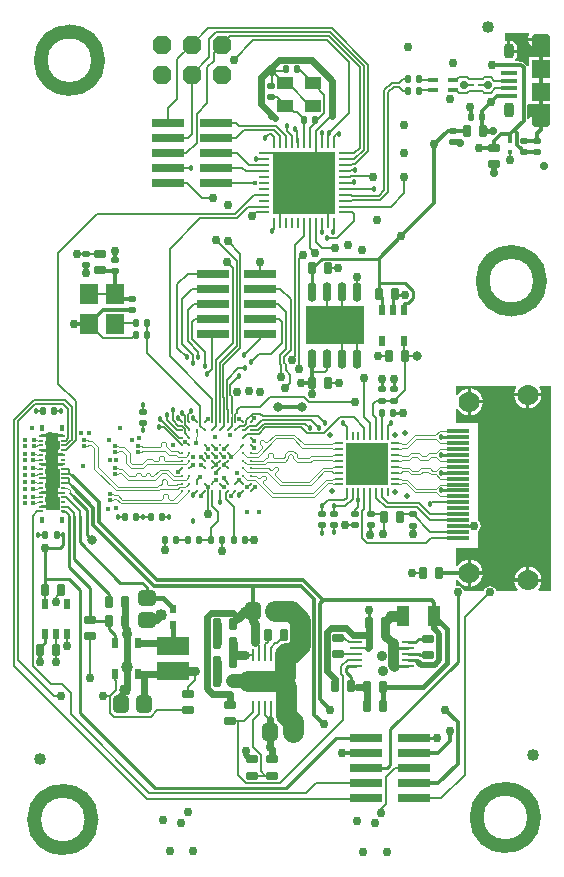
<source format=gtl>
G04 Layer_Physical_Order=1*
G04 Layer_Color=255*
%FSLAX24Y24*%
%MOIN*%
G70*
G01*
G75*
%ADD10C,0.0450*%
G04:AMPARAMS|DCode=11|XSize=22mil|YSize=24mil|CornerRadius=4.4mil|HoleSize=0mil|Usage=FLASHONLY|Rotation=270.000|XOffset=0mil|YOffset=0mil|HoleType=Round|Shape=RoundedRectangle|*
%AMROUNDEDRECTD11*
21,1,0.0220,0.0152,0,0,270.0*
21,1,0.0132,0.0240,0,0,270.0*
1,1,0.0088,-0.0076,-0.0066*
1,1,0.0088,-0.0076,0.0066*
1,1,0.0088,0.0076,0.0066*
1,1,0.0088,0.0076,-0.0066*
%
%ADD11ROUNDEDRECTD11*%
G04:AMPARAMS|DCode=12|XSize=22mil|YSize=24mil|CornerRadius=4.4mil|HoleSize=0mil|Usage=FLASHONLY|Rotation=180.000|XOffset=0mil|YOffset=0mil|HoleType=Round|Shape=RoundedRectangle|*
%AMROUNDEDRECTD12*
21,1,0.0220,0.0152,0,0,180.0*
21,1,0.0132,0.0240,0,0,180.0*
1,1,0.0088,-0.0066,0.0076*
1,1,0.0088,0.0066,0.0076*
1,1,0.0088,0.0066,-0.0076*
1,1,0.0088,-0.0066,-0.0076*
%
%ADD12ROUNDEDRECTD12*%
G04:AMPARAMS|DCode=13|XSize=29.1mil|YSize=39.4mil|CornerRadius=5.8mil|HoleSize=0mil|Usage=FLASHONLY|Rotation=0.000|XOffset=0mil|YOffset=0mil|HoleType=Round|Shape=RoundedRectangle|*
%AMROUNDEDRECTD13*
21,1,0.0291,0.0277,0,0,0.0*
21,1,0.0175,0.0394,0,0,0.0*
1,1,0.0117,0.0087,-0.0139*
1,1,0.0117,-0.0087,-0.0139*
1,1,0.0117,-0.0087,0.0139*
1,1,0.0117,0.0087,0.0139*
%
%ADD13ROUNDEDRECTD13*%
%ADD14C,0.0098*%
%ADD15R,0.0157X0.0118*%
%ADD16R,0.1102X0.0295*%
%ADD17R,0.0591X0.0669*%
G04:AMPARAMS|DCode=18|XSize=29.1mil|YSize=39.4mil|CornerRadius=5.8mil|HoleSize=0mil|Usage=FLASHONLY|Rotation=90.000|XOffset=0mil|YOffset=0mil|HoleType=Round|Shape=RoundedRectangle|*
%AMROUNDEDRECTD18*
21,1,0.0291,0.0277,0,0,90.0*
21,1,0.0175,0.0394,0,0,90.0*
1,1,0.0117,0.0139,0.0087*
1,1,0.0117,0.0139,-0.0087*
1,1,0.0117,-0.0139,-0.0087*
1,1,0.0117,-0.0139,0.0087*
%
%ADD18ROUNDEDRECTD18*%
%ADD19C,0.0394*%
%ADD20R,0.0748X0.0118*%
%ADD21R,0.0610X0.0591*%
%ADD22R,0.0532X0.0157*%
%ADD23R,0.0520X0.0420*%
%ADD24R,0.0128X0.0106*%
%ADD25R,0.0354X0.0157*%
%ADD26R,0.1929X0.1260*%
%ADD27O,0.0295X0.0650*%
%ADD28R,0.0236X0.0335*%
%ADD29R,0.0138X0.0110*%
%ADD30R,0.0146X0.0197*%
%ADD31R,0.0200X0.0280*%
%ADD32R,0.0433X0.0669*%
G04:AMPARAMS|DCode=33|XSize=52mil|YSize=60mil|CornerRadius=13mil|HoleSize=0mil|Usage=FLASHONLY|Rotation=270.000|XOffset=0mil|YOffset=0mil|HoleType=Round|Shape=RoundedRectangle|*
%AMROUNDEDRECTD33*
21,1,0.0520,0.0340,0,0,270.0*
21,1,0.0260,0.0600,0,0,270.0*
1,1,0.0260,-0.0170,-0.0130*
1,1,0.0260,-0.0170,0.0130*
1,1,0.0260,0.0170,0.0130*
1,1,0.0260,0.0170,-0.0130*
%
%ADD33ROUNDEDRECTD33*%
G04:AMPARAMS|DCode=34|XSize=52mil|YSize=60mil|CornerRadius=13mil|HoleSize=0mil|Usage=FLASHONLY|Rotation=0.000|XOffset=0mil|YOffset=0mil|HoleType=Round|Shape=RoundedRectangle|*
%AMROUNDEDRECTD34*
21,1,0.0520,0.0340,0,0,0.0*
21,1,0.0260,0.0600,0,0,0.0*
1,1,0.0260,0.0130,-0.0170*
1,1,0.0260,-0.0130,-0.0170*
1,1,0.0260,-0.0130,0.0170*
1,1,0.0260,0.0130,0.0170*
%
%ADD34ROUNDEDRECTD34*%
%ADD35R,0.1063X0.0610*%
%ADD36O,0.0098X0.0453*%
%ADD37O,0.0453X0.0098*%
%ADD38R,0.0217X0.0335*%
%ADD39R,0.2087X0.2087*%
%ADD40O,0.0098X0.0335*%
%ADD41O,0.0335X0.0098*%
%ADD42O,0.0295X0.0098*%
%ADD43O,0.0098X0.0295*%
%ADD44R,0.1417X0.1417*%
G04:AMPARAMS|DCode=45|XSize=40mil|YSize=40mil|CornerRadius=20mil|HoleSize=0mil|Usage=FLASHONLY|Rotation=90.000|XOffset=0mil|YOffset=0mil|HoleType=Round|Shape=RoundedRectangle|*
%AMROUNDEDRECTD45*
21,1,0.0400,0.0000,0,0,90.0*
21,1,0.0000,0.0400,0,0,90.0*
1,1,0.0400,0.0000,0.0000*
1,1,0.0400,0.0000,0.0000*
1,1,0.0400,0.0000,0.0000*
1,1,0.0400,0.0000,0.0000*
%
%ADD45ROUNDEDRECTD45*%
%ADD46C,0.0050*%
%ADD47C,0.0060*%
%ADD48C,0.0070*%
%ADD49C,0.0120*%
%ADD50C,0.0100*%
%ADD51C,0.0080*%
%ADD52C,0.0040*%
%ADD53C,0.0160*%
%ADD54C,0.0240*%
%ADD55C,0.0700*%
%ADD56C,0.0300*%
%ADD57C,0.0140*%
%ADD58C,0.0200*%
%ADD59C,0.0081*%
%ADD60C,0.0360*%
%ADD61C,0.0480*%
%ADD62C,0.0680*%
%ADD63P,0.0671X8X202.5*%
%ADD64C,0.0700*%
G04:AMPARAMS|DCode=65|XSize=61mil|YSize=35mil|CornerRadius=14mil|HoleSize=0mil|Usage=FLASHONLY|Rotation=180.000|XOffset=0mil|YOffset=0mil|HoleType=Round|Shape=RoundedRectangle|*
%AMROUNDEDRECTD65*
21,1,0.0610,0.0070,0,0,180.0*
21,1,0.0330,0.0350,0,0,180.0*
1,1,0.0280,-0.0165,0.0035*
1,1,0.0280,0.0165,0.0035*
1,1,0.0280,0.0165,-0.0035*
1,1,0.0280,-0.0165,-0.0035*
%
%ADD65ROUNDEDRECTD65*%
G04:AMPARAMS|DCode=66|XSize=49.2mil|YSize=36.6mil|CornerRadius=14.6mil|HoleSize=0mil|Usage=FLASHONLY|Rotation=90.000|XOffset=0mil|YOffset=0mil|HoleType=Round|Shape=RoundedRectangle|*
%AMROUNDEDRECTD66*
21,1,0.0492,0.0073,0,0,90.0*
21,1,0.0199,0.0366,0,0,90.0*
1,1,0.0293,0.0037,0.0100*
1,1,0.0293,0.0037,-0.0100*
1,1,0.0293,-0.0037,-0.0100*
1,1,0.0293,-0.0037,0.0100*
%
%ADD66ROUNDEDRECTD66*%
%ADD67C,0.0300*%
%ADD68C,0.0180*%
%ADD69C,0.0160*%
%ADD70C,0.0290*%
%ADD71C,0.0260*%
%ADD72C,0.0350*%
%ADD73C,0.0400*%
%ADD74C,0.0360*%
%ADD75C,0.0197*%
%ADD76C,0.0320*%
%ADD77C,0.0200*%
G36*
X17175Y27821D02*
X17159Y27797D01*
X17143Y27718D01*
X17550D01*
Y27668D01*
X17855D01*
Y27406D01*
X17873Y27397D01*
X17873Y27114D01*
X17838Y27079D01*
X17600D01*
Y26684D01*
X17500D01*
Y27079D01*
X17145D01*
Y26772D01*
X17095Y26768D01*
X17093Y26777D01*
X17067Y26817D01*
X16995Y26888D01*
X16955Y26915D01*
X16908Y26924D01*
X16813D01*
Y26941D01*
X16707D01*
X16692Y26991D01*
X16701Y26997D01*
X16756Y27078D01*
X16775Y27175D01*
Y27224D01*
X16487D01*
Y27274D01*
X16437D01*
Y27622D01*
X16407Y27616D01*
X16368Y27648D01*
Y27865D01*
X17152D01*
X17175Y27821D01*
D02*
G37*
G36*
X17600Y25501D02*
X17874D01*
X17874Y25183D01*
X17855Y25173D01*
Y24912D01*
X17245D01*
Y25142D01*
X17212Y25120D01*
X17159Y25041D01*
X17152Y25008D01*
X17102Y25013D01*
Y25483D01*
X17145Y25501D01*
Y25501D01*
X17500D01*
Y25896D01*
X17600D01*
Y25501D01*
D02*
G37*
G36*
X17894Y9291D02*
X17483D01*
X17458Y9341D01*
X17513Y9413D01*
X17558Y9522D01*
X17567Y9589D01*
X17120D01*
X16673D01*
X16682Y9522D01*
X16727Y9413D01*
X16782Y9341D01*
X16757Y9291D01*
X16062D01*
X16058Y9312D01*
X16011Y9381D01*
X15942Y9428D01*
X15860Y9444D01*
X15778Y9428D01*
X15709Y9381D01*
X15662Y9312D01*
X15658Y9291D01*
X14994D01*
X14988Y9322D01*
X14941Y9391D01*
X14872Y9438D01*
X14790Y9454D01*
X14773Y9451D01*
X14734Y9482D01*
Y9634D01*
X14784Y9641D01*
X14850Y9555D01*
X14944Y9483D01*
X15054Y9437D01*
X15121Y9428D01*
Y9876D01*
Y10323D01*
X15054Y10314D01*
X14944Y10269D01*
X14850Y10197D01*
X14784Y10111D01*
X14734Y10117D01*
Y10709D01*
X15460D01*
Y11278D01*
X15491Y11299D01*
X15538Y11369D01*
X15554Y11450D01*
X15538Y11532D01*
X15491Y11602D01*
X15460Y11623D01*
Y14892D01*
X14734D01*
Y15343D01*
X14784Y15349D01*
X14850Y15263D01*
X14944Y15191D01*
X15054Y15146D01*
X15121Y15137D01*
Y15584D01*
Y16032D01*
X15054Y16023D01*
X14944Y15977D01*
X14850Y15905D01*
X14784Y15819D01*
X14734Y15826D01*
Y16102D01*
X16712D01*
X16735Y16058D01*
X16727Y16047D01*
X16682Y15938D01*
X16673Y15871D01*
X17120D01*
X17567D01*
X17558Y15938D01*
X17513Y16047D01*
X17505Y16058D01*
X17528Y16102D01*
X17894D01*
Y9291D01*
D02*
G37*
G36*
X1459Y14499D02*
X1628D01*
Y14399D01*
X1459D01*
Y14294D01*
X1519D01*
Y14035D01*
X1507Y14027D01*
X1492Y14004D01*
X1487Y13976D01*
X1485Y13974D01*
X1459D01*
Y13869D01*
X1628D01*
Y13769D01*
X1459D01*
Y13664D01*
X1459D01*
Y13659D01*
X1459D01*
Y13554D01*
X1628D01*
Y13454D01*
X1459D01*
Y13349D01*
X1519D01*
Y13094D01*
Y12714D01*
X1459D01*
Y12404D01*
X1519D01*
Y11982D01*
X1076D01*
Y12037D01*
X907D01*
Y12137D01*
X1076D01*
Y12242D01*
X1016D01*
Y12404D01*
X1076D01*
Y12509D01*
X907D01*
Y12609D01*
X1076D01*
Y12714D01*
X1016D01*
Y12876D01*
X1076D01*
Y13187D01*
X1016D01*
Y13349D01*
X1076D01*
Y13454D01*
X907D01*
Y13554D01*
X1076D01*
Y13659D01*
X1016D01*
Y13821D01*
X1076D01*
Y13926D01*
X907D01*
Y14026D01*
X1076D01*
Y14131D01*
X1016D01*
Y14294D01*
X1076D01*
Y14399D01*
X907D01*
Y14499D01*
X1076D01*
Y14541D01*
X1459D01*
Y14499D01*
D02*
G37*
%LPC*%
G36*
X17245Y27618D02*
X17143D01*
X17159Y27539D01*
X17212Y27460D01*
X17245Y27438D01*
Y27618D01*
D02*
G37*
G36*
X16537Y27622D02*
Y27324D01*
X16775D01*
Y27374D01*
X16756Y27470D01*
X16701Y27552D01*
X16620Y27606D01*
X16537Y27622D01*
D02*
G37*
G36*
X15221Y16032D02*
Y15634D01*
X15618D01*
X15610Y15702D01*
X15564Y15811D01*
X15492Y15905D01*
X15398Y15977D01*
X15289Y16023D01*
X15221Y16032D01*
D02*
G37*
G36*
X17567Y15771D02*
X17170D01*
Y15373D01*
X17237Y15382D01*
X17347Y15427D01*
X17441Y15500D01*
X17513Y15594D01*
X17558Y15703D01*
X17567Y15771D01*
D02*
G37*
G36*
X17070D02*
X16673D01*
X16682Y15703D01*
X16727Y15594D01*
X16799Y15500D01*
X16893Y15427D01*
X17003Y15382D01*
X17070Y15373D01*
Y15771D01*
D02*
G37*
G36*
X15618Y15534D02*
X15221D01*
Y15137D01*
X15289Y15146D01*
X15398Y15191D01*
X15492Y15263D01*
X15564Y15357D01*
X15610Y15467D01*
X15618Y15534D01*
D02*
G37*
G36*
X15221Y10323D02*
Y9926D01*
X15618D01*
X15610Y9993D01*
X15564Y10103D01*
X15492Y10197D01*
X15398Y10269D01*
X15289Y10314D01*
X15221Y10323D01*
D02*
G37*
G36*
X17170Y10087D02*
Y9689D01*
X17567D01*
X17558Y9757D01*
X17513Y9866D01*
X17441Y9960D01*
X17347Y10033D01*
X17237Y10078D01*
X17170Y10087D01*
D02*
G37*
G36*
X17070D02*
X17003Y10078D01*
X16893Y10033D01*
X16799Y9960D01*
X16727Y9866D01*
X16682Y9757D01*
X16673Y9689D01*
X17070D01*
Y10087D01*
D02*
G37*
G36*
X15618Y9826D02*
X15221D01*
Y9428D01*
X15289Y9437D01*
X15398Y9483D01*
X15492Y9555D01*
X15564Y9649D01*
X15610Y9758D01*
X15618Y9826D01*
D02*
G37*
%LPD*%
D10*
X2580Y1660D02*
G03*
X2580Y1660I-960J0D01*
G01*
X2800Y26970D02*
G03*
X2800Y26970I-960J0D01*
G01*
X17530Y19620D02*
G03*
X17530Y19620I-960J0D01*
G01*
X17330Y1730D02*
G03*
X17330Y1730I-960J0D01*
G01*
D11*
X10650Y11849D02*
D03*
Y11470D02*
D03*
X10250Y11849D02*
D03*
Y11470D02*
D03*
X4290Y15260D02*
D03*
Y14883D02*
D03*
X3933Y19027D02*
D03*
Y18650D02*
D03*
X3353Y20317D02*
D03*
Y19940D02*
D03*
X2403Y20517D02*
D03*
Y20140D02*
D03*
X13289Y11838D02*
D03*
Y11461D02*
D03*
X8545Y25741D02*
D03*
Y26118D02*
D03*
X14617Y24251D02*
D03*
Y24628D02*
D03*
X17010Y24280D02*
D03*
Y23901D02*
D03*
X17440Y24277D02*
D03*
Y23900D02*
D03*
X11880Y11463D02*
D03*
Y11840D02*
D03*
X11370Y11463D02*
D03*
Y11840D02*
D03*
X12670Y15623D02*
D03*
Y16000D02*
D03*
X12270Y15997D02*
D03*
Y15620D02*
D03*
D12*
X3694Y11740D02*
D03*
X4071D02*
D03*
X4921Y11730D02*
D03*
X4544D02*
D03*
X6163Y10976D02*
D03*
X5784D02*
D03*
X5017D02*
D03*
X5394D02*
D03*
X7700Y10966D02*
D03*
X7323D02*
D03*
X6932D02*
D03*
X6555D02*
D03*
X4044Y17827D02*
D03*
X4423D02*
D03*
X4044Y18217D02*
D03*
X4423D02*
D03*
X12641Y15207D02*
D03*
X12264D02*
D03*
X962Y15266D02*
D03*
X1339D02*
D03*
X1040Y11132D02*
D03*
X1417D02*
D03*
X9661Y24970D02*
D03*
X10040D02*
D03*
X9440Y26666D02*
D03*
X9063D02*
D03*
X15597Y25094D02*
D03*
X15220D02*
D03*
X13131Y25960D02*
D03*
X13510D02*
D03*
X13131Y26352D02*
D03*
X13510D02*
D03*
D13*
X13630Y9862D02*
D03*
X14165D02*
D03*
X12311Y11752D02*
D03*
X12846D02*
D03*
X15614Y24621D02*
D03*
X15079D02*
D03*
X13014Y17116D02*
D03*
X12478D02*
D03*
X12157Y19170D02*
D03*
X12693D02*
D03*
X1012Y9311D02*
D03*
X1547D02*
D03*
X864Y7323D02*
D03*
X1400D02*
D03*
X9939Y16220D02*
D03*
X10474D02*
D03*
X8980Y7814D02*
D03*
X8445D02*
D03*
X9935Y20050D02*
D03*
X10471D02*
D03*
X11839Y8199D02*
D03*
X12374D02*
D03*
X6752Y8168D02*
D03*
X7287D02*
D03*
X6752Y7539D02*
D03*
X7287D02*
D03*
X6752Y6909D02*
D03*
X7287D02*
D03*
X6752Y6279D02*
D03*
X7287D02*
D03*
X11232Y6112D02*
D03*
X10697D02*
D03*
X11760Y6073D02*
D03*
X12295D02*
D03*
X3700Y8290D02*
D03*
X3164D02*
D03*
X3700Y8920D02*
D03*
X3164D02*
D03*
X11760Y5443D02*
D03*
X12295D02*
D03*
D14*
X5834Y13878D02*
D03*
X5578Y13622D02*
D03*
X5834D02*
D03*
X5578Y13110D02*
D03*
Y12854D02*
D03*
Y14902D02*
D03*
X5834D02*
D03*
X6090D02*
D03*
X6346D02*
D03*
X6602D02*
D03*
X6858D02*
D03*
X7114D02*
D03*
X7370D02*
D03*
X7626D02*
D03*
X7882D02*
D03*
X5578Y14646D02*
D03*
X5834D02*
D03*
X6090D02*
D03*
X6346D02*
D03*
X6602D02*
D03*
X6858D02*
D03*
X7114D02*
D03*
X7370D02*
D03*
X7626D02*
D03*
X7882D02*
D03*
X5578Y14390D02*
D03*
X5834D02*
D03*
X7626D02*
D03*
X7882D02*
D03*
X5578Y14134D02*
D03*
X5834D02*
D03*
X6346D02*
D03*
X6602D02*
D03*
X6858D02*
D03*
X7114D02*
D03*
X7626D02*
D03*
X7882D02*
D03*
X5578Y13878D02*
D03*
X6346D02*
D03*
X6602D02*
D03*
X6858D02*
D03*
X7114D02*
D03*
X7626D02*
D03*
X7882D02*
D03*
X6346Y13622D02*
D03*
X6602D02*
D03*
X6858D02*
D03*
X7114D02*
D03*
X7626D02*
D03*
X7882D02*
D03*
Y12598D02*
D03*
X7626D02*
D03*
X7370D02*
D03*
X7114D02*
D03*
X6858D02*
D03*
X6602D02*
D03*
X6346D02*
D03*
X6090D02*
D03*
X5834D02*
D03*
X5578D02*
D03*
X7882Y12854D02*
D03*
X7626D02*
D03*
X7370D02*
D03*
X7114D02*
D03*
X6858D02*
D03*
X6602D02*
D03*
X6346D02*
D03*
X6090D02*
D03*
X5834D02*
D03*
X7882Y13110D02*
D03*
X7626D02*
D03*
X5834D02*
D03*
X7882Y13366D02*
D03*
X7626D02*
D03*
X7114D02*
D03*
X6858D02*
D03*
X6602D02*
D03*
X6346D02*
D03*
X5834D02*
D03*
X5578D02*
D03*
D15*
X16530Y24267D02*
D03*
Y23913D02*
D03*
D16*
X11740Y4366D02*
D03*
X13339D02*
D03*
X11740Y3866D02*
D03*
X13339D02*
D03*
X11740Y3366D02*
D03*
X13339D02*
D03*
X11740Y2866D02*
D03*
X13339D02*
D03*
X11740Y2366D02*
D03*
X13339D02*
D03*
X6611Y19844D02*
D03*
X8209D02*
D03*
X6611Y19344D02*
D03*
X8209D02*
D03*
X6611Y18844D02*
D03*
X8209D02*
D03*
X6611Y18344D02*
D03*
X8209D02*
D03*
X6611Y17844D02*
D03*
X8209D02*
D03*
X5141Y24890D02*
D03*
X6739D02*
D03*
X5141Y24390D02*
D03*
X6739D02*
D03*
X5141Y23890D02*
D03*
X6739D02*
D03*
X5141Y23390D02*
D03*
X6739D02*
D03*
X5141Y22890D02*
D03*
X6739D02*
D03*
D17*
X2490Y19177D02*
D03*
Y18177D02*
D03*
X3356D02*
D03*
Y19177D02*
D03*
D18*
X2863Y19980D02*
D03*
Y20515D02*
D03*
X15990Y24041D02*
D03*
Y23505D02*
D03*
X7925Y3127D02*
D03*
Y3663D02*
D03*
X13799Y7144D02*
D03*
Y7679D02*
D03*
X10807Y7183D02*
D03*
Y7719D02*
D03*
X7177Y5483D02*
D03*
Y4948D02*
D03*
X8595Y3127D02*
D03*
Y3663D02*
D03*
X2536Y7766D02*
D03*
Y8302D02*
D03*
X5787Y5313D02*
D03*
Y5848D02*
D03*
D19*
X1029Y912D02*
D03*
X1249Y26222D02*
D03*
X15979Y18872D02*
D03*
X15779Y982D02*
D03*
D20*
X14777Y11057D02*
D03*
Y11254D02*
D03*
Y11450D02*
D03*
Y11647D02*
D03*
Y11844D02*
D03*
Y12041D02*
D03*
Y12238D02*
D03*
Y12435D02*
D03*
Y12632D02*
D03*
Y12828D02*
D03*
Y13025D02*
D03*
Y13222D02*
D03*
Y13419D02*
D03*
Y13616D02*
D03*
Y13813D02*
D03*
Y14010D02*
D03*
Y14403D02*
D03*
Y14600D02*
D03*
Y14206D02*
D03*
D21*
X17550Y26684D02*
D03*
Y25896D02*
D03*
D22*
X16487Y25778D02*
D03*
Y26034D02*
D03*
Y26290D02*
D03*
Y26546D02*
D03*
Y26802D02*
D03*
D23*
X9040Y25461D02*
D03*
X9952D02*
D03*
Y26196D02*
D03*
X9040D02*
D03*
D24*
X15257Y26347D02*
D03*
Y26150D02*
D03*
X15523Y26347D02*
D03*
Y26150D02*
D03*
X15257Y25953D02*
D03*
X15523D02*
D03*
D25*
X13945Y26307D02*
D03*
X14615D02*
D03*
Y25993D02*
D03*
X13945D02*
D03*
D26*
X10683Y18140D02*
D03*
D27*
X11433Y19252D02*
D03*
X10933D02*
D03*
X10433D02*
D03*
X9933D02*
D03*
X11433Y17028D02*
D03*
X10933D02*
D03*
X10433D02*
D03*
X9933D02*
D03*
D28*
X13009Y18632D02*
D03*
X12635D02*
D03*
X12261D02*
D03*
Y17628D02*
D03*
X13009D02*
D03*
X1015Y7842D02*
D03*
X1389D02*
D03*
X1763D02*
D03*
Y8846D02*
D03*
X1015D02*
D03*
D29*
X907Y12087D02*
D03*
Y12244D02*
D03*
Y12402D02*
D03*
Y12559D02*
D03*
Y12717D02*
D03*
Y12874D02*
D03*
Y13032D02*
D03*
Y13189D02*
D03*
Y13346D02*
D03*
Y13504D02*
D03*
Y13661D02*
D03*
Y13819D02*
D03*
Y13976D02*
D03*
Y14134D02*
D03*
Y14291D02*
D03*
Y14449D02*
D03*
Y11929D02*
D03*
X1628D02*
D03*
Y12087D02*
D03*
Y12244D02*
D03*
Y12402D02*
D03*
Y12559D02*
D03*
Y12717D02*
D03*
Y12874D02*
D03*
Y13032D02*
D03*
Y13189D02*
D03*
Y13346D02*
D03*
Y13504D02*
D03*
Y13661D02*
D03*
Y13819D02*
D03*
Y13976D02*
D03*
Y14134D02*
D03*
Y14291D02*
D03*
Y14449D02*
D03*
D30*
X1608Y11654D02*
D03*
X927Y14724D02*
D03*
Y11654D02*
D03*
X1608Y14724D02*
D03*
D31*
X5283Y8684D02*
D03*
Y8132D02*
D03*
D32*
X12963Y8435D02*
D03*
X14006D02*
D03*
D33*
X4416Y8304D02*
D03*
Y9058D02*
D03*
D34*
X8699Y8602D02*
D03*
X7945D02*
D03*
X3564Y5495D02*
D03*
X4318D02*
D03*
X9289Y4586D02*
D03*
X8535D02*
D03*
D35*
X5283Y7453D02*
D03*
Y6607D02*
D03*
D36*
X7965Y5422D02*
D03*
X8161D02*
D03*
X8358D02*
D03*
X8555D02*
D03*
X8752D02*
D03*
X7965Y7135D02*
D03*
X8161D02*
D03*
X8358D02*
D03*
X8555D02*
D03*
X8752D02*
D03*
D37*
X13120Y6781D02*
D03*
Y6978D02*
D03*
Y7175D02*
D03*
Y7372D02*
D03*
Y7569D02*
D03*
X11407Y6781D02*
D03*
Y6978D02*
D03*
Y7175D02*
D03*
Y7372D02*
D03*
Y7569D02*
D03*
D38*
X4121Y6508D02*
D03*
X3373D02*
D03*
Y7552D02*
D03*
X3747D02*
D03*
X4121D02*
D03*
D39*
X9660Y22880D02*
D03*
D40*
X10644Y21551D02*
D03*
X10447D02*
D03*
X10251D02*
D03*
X10054D02*
D03*
X9857D02*
D03*
X9660D02*
D03*
X9463D02*
D03*
X9266D02*
D03*
X9069D02*
D03*
X8873D02*
D03*
X8676D02*
D03*
Y24209D02*
D03*
X8873D02*
D03*
X9069D02*
D03*
X9266D02*
D03*
X9463D02*
D03*
X9660D02*
D03*
X9857D02*
D03*
X10054D02*
D03*
X10251D02*
D03*
X10447D02*
D03*
X10644D02*
D03*
D41*
X8331Y21896D02*
D03*
Y22093D02*
D03*
Y22289D02*
D03*
Y22486D02*
D03*
Y22683D02*
D03*
Y22880D02*
D03*
Y23077D02*
D03*
Y23274D02*
D03*
Y23471D02*
D03*
Y23667D02*
D03*
Y23864D02*
D03*
X10989D02*
D03*
Y23667D02*
D03*
Y23471D02*
D03*
Y23274D02*
D03*
Y23077D02*
D03*
Y22880D02*
D03*
Y22683D02*
D03*
Y22486D02*
D03*
Y22289D02*
D03*
Y22093D02*
D03*
Y21896D02*
D03*
D42*
X10835Y14209D02*
D03*
Y14012D02*
D03*
Y13815D02*
D03*
Y13618D02*
D03*
Y13422D02*
D03*
Y13225D02*
D03*
Y13028D02*
D03*
Y12831D02*
D03*
X12705D02*
D03*
Y13028D02*
D03*
Y13225D02*
D03*
Y13422D02*
D03*
Y13618D02*
D03*
Y13815D02*
D03*
Y14012D02*
D03*
Y14209D02*
D03*
D43*
X11081Y12585D02*
D03*
X11278D02*
D03*
X11475D02*
D03*
X11672D02*
D03*
X11868D02*
D03*
X12065D02*
D03*
X12262D02*
D03*
X12459D02*
D03*
Y14455D02*
D03*
X12262D02*
D03*
X12065D02*
D03*
X11868D02*
D03*
X11672D02*
D03*
X11475D02*
D03*
X11278D02*
D03*
X11081D02*
D03*
D44*
X11770Y13520D02*
D03*
D45*
X860Y3670D02*
D03*
X17290Y3820D02*
D03*
X15810Y28080D02*
D03*
D46*
X14835Y26415D02*
X15100D01*
Y26414D02*
Y26415D01*
Y26414D02*
X15167Y26347D01*
X15172Y26352D02*
X15174Y26354D01*
X15167Y26347D02*
X15257D01*
X15173Y25949D02*
X15257Y25953D01*
X15109Y25885D02*
X15173Y25949D01*
X14835Y25885D02*
X15109D01*
X6228Y13484D02*
X6346Y13366D01*
X5709Y14250D02*
X5825Y14134D01*
X5834D01*
X4830Y14730D02*
X4982D01*
X4870Y15000D02*
X5480Y14390D01*
X5578D01*
X5080Y14980D02*
Y15150D01*
Y14980D02*
X5414Y14646D01*
X5578D01*
X5290Y14971D02*
X5475Y14786D01*
X5290Y14971D02*
Y15320D01*
X5475Y14786D02*
X5600D01*
X4290Y14883D02*
X4300Y14873D01*
Y14647D02*
Y14873D01*
X4290Y15260D02*
Y15493D01*
X4071Y11730D02*
X4081Y11740D01*
Y11735D02*
X4307D01*
X3461D02*
X3694D01*
X4534Y11730D02*
X4544Y11740D01*
X4307Y11735D02*
X4534D01*
X4921D02*
X5154D01*
X5470Y13260D02*
X5472D01*
X5578Y13366D01*
X1911Y14320D02*
Y15402D01*
X1319Y5778D02*
X1565D01*
X1949Y12746D02*
X1959Y12736D01*
X3199Y5778D02*
X3199Y5778D01*
X2953Y5778D02*
X3199D01*
X7882Y12598D02*
X8020Y12737D01*
X1909Y14318D02*
X1911Y14320D01*
X1909Y14316D02*
Y14318D01*
X1727Y14134D02*
X1909Y14316D01*
X1628Y14134D02*
X1727D01*
X1801Y14366D02*
Y15344D01*
X1727Y14291D02*
X1801Y14366D01*
X1634Y15512D02*
X1801Y15344D01*
X699Y15512D02*
X1634D01*
X620Y11782D02*
X768Y11929D01*
X728Y15266D02*
X962D01*
X1348Y15276D02*
X1575D01*
X1339Y15266D02*
X1348Y15276D01*
X807Y11132D02*
X1040D01*
X1427Y11142D02*
X1634D01*
X1417Y11132D02*
X1427Y11142D01*
X2047Y14297D02*
Y15610D01*
X1841Y11781D02*
Y11805D01*
X1727Y11919D02*
X1841Y11805D01*
X1628Y12402D02*
X1732D01*
X2001Y11781D02*
Y11877D01*
X768Y11929D02*
X907D01*
X1628Y11919D02*
X1727D01*
X6602Y15073D02*
X6605Y15070D01*
Y14950D02*
Y15070D01*
X6602Y14947D02*
X6605Y14950D01*
X6740Y14784D02*
Y15220D01*
X6602Y14902D02*
Y14947D01*
Y15073D02*
Y15220D01*
X6467Y12250D02*
Y12733D01*
X6228Y13484D02*
X6230D01*
X6732Y13240D02*
X6858Y13366D01*
X6732Y13228D02*
Y13240D01*
X6988Y13492D02*
X7114Y13366D01*
X6730Y15230D02*
X6740Y15220D01*
X7114Y14902D02*
Y15317D01*
X6978Y15142D02*
X6990Y15130D01*
X6858Y14902D02*
Y15220D01*
X7510Y15017D02*
Y15020D01*
X8010Y15030D02*
Y15040D01*
X7740Y14975D02*
X7950Y15185D01*
X10423Y21043D02*
X10758D01*
X11319Y21604D01*
Y21831D01*
X11254Y21896D02*
X11319Y21831D01*
X10989Y21896D02*
X11254D01*
X13543Y25993D02*
X13945D01*
X13554Y26307D02*
X13945D01*
X7075Y12335D02*
Y12560D01*
Y12335D02*
X7160Y12250D01*
X6602D02*
Y12598D01*
X6858Y12250D02*
Y12598D01*
X7760Y12740D02*
X7767D01*
X7882Y12854D01*
X7950Y15185D02*
X8210D01*
X6090Y12990D02*
X6191Y13091D01*
X6090Y12854D02*
Y12990D01*
X6220Y12461D02*
Y12473D01*
X6346Y12598D01*
X6976Y12736D02*
X6978D01*
X6858Y12854D02*
X6976Y12736D01*
X7500Y12985D02*
X7626Y12859D01*
Y12854D02*
Y12859D01*
X7370Y12854D02*
X7500Y12985D01*
X6978Y13041D02*
X7114Y12854D01*
X6602Y12862D02*
X6732Y12992D01*
X6602Y12854D02*
Y12862D01*
X6728Y13492D02*
X6732D01*
X6602Y13366D02*
X6728Y13492D01*
X4982Y14730D02*
X5578Y14134D01*
X5894Y13423D02*
X5965Y13494D01*
X5834Y13366D02*
X5893Y13425D01*
X6988Y13484D02*
Y13492D01*
Y13496D01*
X6732Y13492D02*
Y13496D01*
X6858Y13622D01*
X6602D02*
X6732Y13492D01*
X6988Y13496D02*
X7114Y13622D01*
X6211Y13750D02*
X6218D01*
X6346Y13622D01*
X7224Y13750D02*
Y13767D01*
X7114Y13878D02*
X7224Y13767D01*
X6976Y13760D02*
X6988D01*
X6858Y13878D02*
X6976Y13760D01*
X6730Y13750D02*
X6732D01*
X6602Y13878D02*
X6730Y13750D01*
X6476Y13740D02*
Y13748D01*
X6346Y13878D02*
X6476Y13748D01*
X6988Y14006D02*
Y14008D01*
X7114Y14134D01*
X6730Y14006D02*
X6732D01*
X6602Y14134D02*
X6730Y14006D01*
X6474D02*
X6476D01*
X6346Y14134D02*
X6474Y14006D01*
X7626Y14390D02*
X7756Y14520D01*
X7696Y14646D02*
X7831Y14780D01*
X7626Y14646D02*
X7696D01*
X7740Y14854D02*
Y14975D01*
X7673Y14787D02*
X7740Y14854D01*
X7511Y14787D02*
X7673D01*
X7370Y14646D02*
X7511Y14787D01*
X7365Y14906D02*
Y15165D01*
Y14906D02*
X7370Y14902D01*
X7250Y14782D02*
Y15070D01*
X7114Y14646D02*
X7250Y14782D01*
X6990Y14778D02*
Y15130D01*
X6858Y14646D02*
X6990Y14778D01*
X6602Y14646D02*
X6740Y14784D01*
X6455Y15010D02*
X6460D01*
X6346Y14902D02*
X6455Y15010D01*
X5600Y14786D02*
X5693Y14693D01*
Y14531D02*
Y14693D01*
Y14531D02*
X5834Y14390D01*
X5705Y14808D02*
X5834Y14679D01*
Y14646D02*
Y14679D01*
X5705Y14808D02*
Y15125D01*
X5795Y15165D02*
X5850Y15220D01*
X5950Y15042D02*
Y15050D01*
X5610Y15220D02*
X5705Y15125D01*
X5450Y15030D02*
X5578Y14902D01*
X5795Y14941D02*
Y15165D01*
Y14941D02*
X5834Y14902D01*
X5950Y15042D02*
X6090Y14902D01*
X6210Y14782D02*
Y15220D01*
Y14782D02*
X6346Y14646D01*
X7220Y12450D02*
X7221D01*
X7075Y12560D02*
X7114Y12598D01*
X7510Y15017D02*
X7626Y14902D01*
X7882D02*
X8010Y15030D01*
X8020Y12730D02*
Y12737D01*
X7221Y12450D02*
X7370Y12598D01*
X6450Y12750D02*
Y12750D01*
X6346Y12854D02*
X6450Y12750D01*
X5960Y12470D02*
X5962D01*
X6090Y12598D01*
X16025Y26034D02*
X16487D01*
X15886Y25894D02*
X16025Y26034D01*
X15674Y25894D02*
X15886D01*
X15616Y25953D02*
X15674Y25894D01*
X15523Y25953D02*
X15616D01*
X16001Y26290D02*
X16487D01*
X15886Y26405D02*
X16001Y26290D01*
X15674Y26405D02*
X15886D01*
X15616Y26347D02*
X15674Y26405D01*
X15523Y26347D02*
X15616D01*
X15257D02*
X15523D01*
X15257Y25953D02*
X15523D01*
X14737Y26307D02*
X14835Y26405D01*
X14728Y25993D02*
X14835Y25885D01*
X14615Y25993D02*
X14728D01*
X14615Y26307D02*
X14737D01*
X7500Y12473D02*
X7626Y12598D01*
X7500Y12470D02*
Y12473D01*
X7882Y14390D02*
X7980Y14291D01*
Y14290D02*
Y14291D01*
X1189Y12559D02*
X1628D01*
X1180Y12550D02*
X1189Y12559D01*
X7882Y14134D02*
X7980Y14035D01*
Y14030D02*
Y14035D01*
X7831Y14780D02*
X8060D01*
X7882Y14646D02*
X8120D01*
X7756Y14520D02*
X8150D01*
X9766Y14530D02*
X10337D01*
X11672Y14455D02*
Y14726D01*
X8060Y14780D02*
X8250Y14970D01*
X8120Y14646D02*
X8324Y14850D01*
X9707D02*
X9852Y14705D01*
X9556Y14740D02*
X9766Y14530D01*
X6090Y14562D02*
Y14646D01*
X7567Y14075D02*
X7626Y14134D01*
X7460Y16700D02*
X7690D01*
X7093Y15338D02*
X7114Y15317D01*
X7365Y15165D02*
X7420Y15220D01*
X7250D02*
Y15768D01*
X7195Y15823D02*
X7250Y15768D01*
X7093Y15338D02*
Y15769D01*
X7085Y15777D02*
X7093Y15769D01*
X7085Y15777D02*
Y16325D01*
X7195Y15823D02*
Y16129D01*
X7270Y16204D01*
X7085Y16325D02*
X7460Y16700D01*
X12651Y26091D02*
X12835D01*
X12470Y25910D02*
X12651Y26091D01*
X12470Y22590D02*
Y25910D01*
X12203Y22323D02*
X12470Y22590D01*
X12340Y22644D02*
Y25964D01*
X12149Y22453D02*
X12340Y22644D01*
X11244Y22453D02*
X12149D01*
X12835Y26221D02*
X12966Y26352D01*
X13131D01*
X11211Y22486D02*
X11244Y22453D01*
X10989Y22486D02*
X11211D01*
X12835Y26091D02*
X12966Y25960D01*
X13131D01*
X10989Y22289D02*
X11211D01*
X11244Y22323D01*
X12203D01*
X12340Y25964D02*
X12597Y26221D01*
X12835D01*
X1628Y13976D02*
X1727D01*
X2047Y14297D01*
X10337Y14530D02*
X10869Y15062D01*
X11336D01*
X11672Y14726D01*
X2185Y11781D02*
Y11949D01*
X1628Y12087D02*
X1801D01*
X2001Y11887D01*
X1732Y12402D02*
X2185Y11949D01*
X1850Y12549D02*
X1959Y12441D01*
X8150Y14520D02*
X8370Y14740D01*
X9556D01*
X8324Y14850D02*
X9707D01*
X1006Y13032D02*
X1161D01*
X1180Y13050D01*
X1006Y12559D02*
X1171D01*
X1180Y12550D01*
X1006Y12087D02*
X1133D01*
X1180Y12040D01*
X1006Y13504D02*
X1164D01*
X1180Y13520D01*
X1006Y13976D02*
X1156D01*
X1180Y14000D01*
X1006Y14449D02*
X1129D01*
X1190Y14510D01*
X120Y6976D02*
X1319Y5778D01*
X120Y6976D02*
Y14933D01*
X699Y15512D01*
D47*
X7419Y17449D02*
Y20292D01*
X6739Y20972D02*
X7419Y20292D01*
X7539Y17382D02*
Y20390D01*
X11277Y12360D02*
Y12584D01*
X10646Y12113D02*
X11029D01*
X11277Y12360D01*
X10260Y12110D02*
X10450Y12300D01*
X11001D01*
X11081Y12380D01*
X5394Y10976D02*
X5784D01*
X6163D02*
X6173Y10966D01*
X6555D01*
Y11378D01*
X6780Y11603D01*
Y11920D01*
X11726Y2352D02*
X11740Y2366D01*
X4501Y2556D02*
X9734D01*
X10044Y2866D01*
X11740D01*
X4439Y2352D02*
X11726D01*
X1683Y15630D02*
X1911Y15402D01*
X650Y15630D02*
X1683D01*
X1880Y5177D02*
X4501Y2556D01*
X1880Y5177D02*
Y5886D01*
X1594Y6171D02*
X1880Y5886D01*
X1220Y6171D02*
X1594D01*
X5177Y20689D02*
X6205Y21716D01*
X7793Y22093D02*
X8331D01*
X6417Y16516D02*
X6585Y16683D01*
X5925Y18258D02*
X6012Y18344D01*
X6611D01*
X5925Y17677D02*
Y18258D01*
Y17677D02*
X6368Y17234D01*
Y16778D02*
Y17234D01*
X8209Y18344D02*
X8821D01*
X8927Y18238D01*
Y17549D02*
Y18238D01*
X8563Y17185D02*
X8927Y17549D01*
X8169Y17185D02*
X8563D01*
X8208Y17667D02*
X8209D01*
Y17844D01*
X5778Y18642D02*
X5980Y18844D01*
X6611D01*
X5778Y17598D02*
Y18642D01*
Y17598D02*
X6132Y17244D01*
Y17067D02*
Y17244D01*
X5600Y19012D02*
X5933Y19344D01*
X6611D01*
X5600Y17500D02*
Y19012D01*
Y17500D02*
X5945Y17156D01*
X5443Y19508D02*
X5779Y19844D01*
X6611D01*
X5945Y16880D02*
Y17156D01*
X5443Y17392D02*
Y19508D01*
Y17392D02*
X5758Y17077D01*
X8809Y18839D02*
X9065Y18583D01*
Y17339D02*
Y18583D01*
X8872Y17146D02*
X9065Y17339D01*
X8872Y16831D02*
Y17146D01*
Y16831D02*
X8888Y16815D01*
Y16398D02*
Y16815D01*
X9660Y21102D02*
Y21551D01*
X8215Y18839D02*
X8809D01*
X1628Y14291D02*
X1727D01*
X1467Y16191D02*
X2047Y15610D01*
X4423Y17227D02*
X6210Y15440D01*
X4423Y17227D02*
Y17827D01*
X7382Y24390D02*
X7652Y24660D01*
X6739Y24390D02*
X7382D01*
X7493Y24790D02*
X8730D01*
X7393Y24890D02*
X7493Y24790D01*
X6739Y24890D02*
X7393D01*
X5141Y23890D02*
X5743D01*
X6080Y24227D01*
Y25180D01*
X5922Y24515D02*
Y26488D01*
X5141Y24390D02*
X5797D01*
X5922Y24515D01*
X5139Y24892D02*
Y25385D01*
X5440Y25686D01*
X8209Y18844D02*
X8215Y18839D01*
X6467Y11860D02*
Y12250D01*
X8189Y19864D02*
Y20246D01*
Y19864D02*
X8209Y19844D01*
X7096Y20236D02*
X7299Y20033D01*
Y17536D02*
Y20033D01*
X6730Y16966D02*
X7299Y17536D01*
X6730Y15230D02*
Y16966D01*
X6210Y15220D02*
Y15440D01*
X11368Y23498D02*
X11803Y23933D01*
X11270Y23498D02*
X11368D01*
X11242Y23471D02*
X11270Y23498D01*
X10989Y23471D02*
X11242D01*
X10989Y23667D02*
X11327D01*
X11654Y23994D01*
X7313Y26988D02*
X7963Y27638D01*
X10428D01*
X11171Y26895D01*
Y25207D02*
Y26895D01*
X7200Y27770D02*
X10480D01*
X6724Y27900D02*
X10534D01*
X6460Y28030D02*
X10588D01*
X6920Y27490D02*
X7200Y27770D01*
X10480D02*
X11520Y26730D01*
X6510Y27686D02*
X6724Y27900D01*
X10534D02*
X11654Y26779D01*
X10588Y28030D02*
X11803Y26815D01*
X5920Y27490D02*
X6460Y28030D01*
X10502Y24539D02*
X11171Y25207D01*
X10758Y24528D02*
X10817D01*
X10692Y24462D02*
X10758Y24528D01*
X10692Y24460D02*
Y24462D01*
X10644Y24412D02*
X10692Y24460D01*
X10644Y24209D02*
Y24412D01*
X10447Y24209D02*
Y24484D01*
X10502Y24539D01*
X8375Y24390D02*
X8495Y24510D01*
X11277Y12584D02*
X11278Y12585D01*
X11081Y12380D02*
Y12585D01*
X6602Y12098D02*
Y12250D01*
Y12098D02*
X6780Y11920D01*
X11334Y23864D02*
X11520Y24050D01*
X9100Y24604D02*
Y24780D01*
X8730Y24790D02*
X9069Y24451D01*
X8653Y24660D02*
X8873Y24440D01*
X7652Y24660D02*
X8653D01*
X9350Y24680D02*
X9430Y24600D01*
X9100Y24604D02*
X9266Y24438D01*
X5920Y26490D02*
X5922Y26488D01*
X5440Y25686D02*
Y27010D01*
X5920Y27490D01*
X6440Y26740D02*
X6650Y26950D01*
Y27220D01*
X6920Y27490D01*
X6080Y25180D02*
X6440Y25540D01*
Y26740D01*
X5920Y26490D02*
X6510Y27080D01*
Y27686D01*
X10989Y23864D02*
X11334D01*
X8495Y24510D02*
X8576D01*
X9069Y24209D02*
Y24451D01*
X9430Y24242D02*
Y24600D01*
X8873Y24209D02*
Y24440D01*
X8676Y24209D02*
Y24410D01*
X8576Y24510D02*
X8676Y24410D01*
X9266Y24209D02*
Y24438D01*
X9430Y24242D02*
X9463Y24209D01*
X7670Y17129D02*
X8208Y17667D01*
X7900Y16916D02*
X8169Y17185D01*
X7270Y16204D02*
X7496Y16430D01*
X7420Y15220D02*
Y15310D01*
X6585Y16683D02*
Y17818D01*
X6611Y17844D01*
X6970Y15729D02*
X6978Y15721D01*
X6858Y15220D02*
Y15672D01*
X6850Y15680D02*
X6858Y15672D01*
X6978Y15142D02*
Y15721D01*
X6850Y15680D02*
Y16880D01*
X6970Y15729D02*
Y16813D01*
X7539Y17382D01*
X6850Y16880D02*
X7419Y17449D01*
X5177Y17112D02*
Y20689D01*
X6602Y15220D02*
Y15687D01*
X5177Y17112D02*
X6602Y15687D01*
X7416Y21716D02*
X7793Y22093D01*
X6205Y21716D02*
X7416D01*
X11520Y24050D02*
Y26730D01*
X11654Y23994D02*
Y26779D01*
X11803Y23933D02*
Y26815D01*
X620Y6772D02*
X1220Y6171D01*
X620Y6772D02*
Y11782D01*
X5Y6786D02*
Y14985D01*
Y6786D02*
X4439Y2352D01*
X5Y14985D02*
X650Y15630D01*
D48*
X7539Y20390D02*
Y20526D01*
X7113Y20952D02*
X7539Y20526D01*
X10250Y11849D02*
X10260Y11859D01*
Y12110D01*
X10646Y12113D02*
X10650Y12109D01*
Y11849D02*
Y12109D01*
X10896Y6762D02*
X11112Y6978D01*
X10896Y6506D02*
Y6762D01*
Y6506D02*
X10965Y6437D01*
X11112Y6978D02*
X11407D01*
X10965Y4966D02*
Y6437D01*
X8870Y2871D02*
X10965Y4966D01*
X5145Y23386D02*
X5886D01*
X5141Y23390D02*
X5145Y23386D01*
X9360Y20803D02*
X9660Y21102D01*
X9360Y17096D02*
Y20803D01*
X9252Y16988D02*
X9360Y17096D01*
X9510Y16900D02*
Y20347D01*
X9488Y16878D02*
X9510Y16900D01*
Y20347D02*
X9626Y20463D01*
X9488Y16673D02*
Y16878D01*
X4754Y5298D02*
X5787D01*
X3373Y6311D02*
Y6508D01*
X4545Y5090D02*
X4754Y5298D01*
X3337Y5090D02*
X4545D01*
X3403Y5982D02*
Y6281D01*
X3373Y6311D02*
X3403Y6281D01*
X3199Y5227D02*
X3337Y5090D01*
X3199Y5778D02*
X3403Y5982D01*
X3199Y5227D02*
Y5778D01*
X6260Y22392D02*
X6634D01*
X5141Y22890D02*
X5762D01*
X6260Y22392D01*
X7933Y21762D02*
X8067Y21896D01*
X5139Y24892D02*
X5141Y24890D01*
X8067Y21896D02*
X8331D01*
X11407Y7372D02*
X11791D01*
X11791Y7372D01*
X8555Y7135D02*
Y7391D01*
X8702Y7539D01*
X8980Y7763D02*
Y7814D01*
X8702Y7539D02*
X8756D01*
X8980Y7763D01*
X8445Y7587D02*
Y7814D01*
X8358Y7135D02*
Y7501D01*
X8445Y7587D01*
X8161Y7135D02*
Y7460D01*
X8043Y7578D02*
X8161Y7460D01*
X7699Y7135D02*
X7965D01*
X9882Y14970D02*
X10148Y14705D01*
X6739Y20972D02*
Y20989D01*
X8250Y14970D02*
X9882D01*
D49*
X10190Y5670D02*
Y8857D01*
X10299Y8967D01*
X9560Y16220D02*
X9939D01*
X13339Y2866D02*
X14126D01*
X14518Y4272D02*
Y4616D01*
X14112Y3866D02*
X14518Y4272D01*
X13339Y3866D02*
X14112D01*
X10927D02*
X11740D01*
X10925Y3868D02*
X10927Y3866D01*
X7943Y9438D02*
X9568D01*
X4667D02*
X7943D01*
X7945Y9436D01*
Y8602D02*
Y9436D01*
X14006Y8435D02*
Y8878D01*
X13917Y8967D02*
X14006Y8878D01*
X864Y6902D02*
X866Y6900D01*
X864Y6902D02*
Y7323D01*
X9933Y17028D02*
X9939Y17022D01*
Y16565D02*
Y17022D01*
Y16220D02*
Y16565D01*
X3353Y19180D02*
Y19940D01*
Y19947D01*
X1993Y18177D02*
X2490D01*
X2963Y18650D01*
X3933D01*
X3356Y19177D02*
X3506Y19027D01*
X3353Y19180D02*
X3356Y19177D01*
X3506Y19027D02*
X3933D01*
X2403Y19867D02*
X2403Y19867D01*
Y20140D01*
X3353Y20317D02*
Y20617D01*
Y20317D02*
X3353Y20317D01*
X2863Y19980D02*
X2902Y19940D01*
X3353D02*
X3356Y19937D01*
X2976Y19947D02*
X3353D01*
X14000Y24180D02*
X14448Y24628D01*
X14617D01*
X15510Y24050D02*
X15519Y24041D01*
X15990D01*
Y24276D01*
X16224Y24510D01*
X16530D01*
Y24267D02*
Y24510D01*
X16670Y24650D02*
X16980Y24960D01*
X16530Y24510D02*
X16670Y24650D01*
X16760Y24560D01*
Y24142D02*
Y24560D01*
Y24142D02*
X16862Y24040D01*
X16882D01*
Y24019D02*
Y24040D01*
Y24019D02*
X17000Y23901D01*
X17010D01*
X17160D02*
X17161Y23900D01*
X17440D01*
X17010Y23901D02*
X17160D01*
X17440Y24530D02*
X17550Y24640D01*
Y24912D01*
X17440Y24277D02*
Y24530D01*
X17287Y24280D02*
X17290Y24277D01*
X17010Y24280D02*
X17287D01*
X17290Y24277D02*
X17440D01*
X15210Y25360D02*
Y25410D01*
Y25360D02*
X15220Y25350D01*
Y25094D02*
Y25350D01*
X15597Y24815D02*
X15790Y24621D01*
X15614D02*
X15790D01*
X15597Y24815D02*
Y25094D01*
Y25277D02*
X15890Y25570D01*
X15597Y25094D02*
Y25277D01*
X15890Y25570D02*
X16098Y25778D01*
X16487D01*
X16980Y24960D02*
Y26730D01*
X16908Y26802D02*
X16980Y26730D01*
X16487Y26802D02*
X16908D01*
X15920Y26800D02*
X15930Y26790D01*
X15990D01*
X16002Y26802D01*
X16487D01*
X14624Y24621D02*
X15079D01*
X17550Y26684D02*
Y27668D01*
Y25896D02*
Y26684D01*
Y24912D02*
Y25896D01*
X16128Y9639D02*
X17120D01*
X14165Y9862D02*
X15158D01*
X15171Y9876D01*
X10010Y5147D02*
X10325Y4833D01*
X10010Y5147D02*
Y8996D01*
X9568Y9438D02*
X10010Y8996D01*
X10190Y5670D02*
X10540Y5320D01*
X14370D02*
X14788Y4902D01*
Y3528D02*
Y4902D01*
X9630Y9636D02*
X10299Y8967D01*
X4764Y9636D02*
X9630D01*
X10299Y8967D02*
X13917D01*
X14126Y2866D02*
X14788Y3528D01*
X15171Y9876D02*
X15892D01*
X16128Y9639D01*
X1959Y13100D02*
X2820Y12239D01*
Y11580D02*
X4764Y9636D01*
X2820Y11580D02*
Y12239D01*
X1959Y12736D02*
X2640Y12055D01*
Y11464D02*
Y12055D01*
Y11464D02*
X4667Y9438D01*
X8796Y15400D02*
X9600D01*
D50*
X14790Y6916D02*
Y9240D01*
X9939Y15780D02*
Y16220D01*
X13339Y4366D02*
X14081D01*
X11740Y3366D02*
X12441D01*
X12539Y3465D01*
Y4665D01*
X10724Y4366D02*
X11740D01*
X9075Y2717D02*
X10724Y4366D01*
X4695Y2717D02*
X9075D01*
X13516Y7144D02*
X13799D01*
X13484Y7175D02*
X13516Y7144D01*
X13120Y7175D02*
X13484D01*
X11232Y6112D02*
Y6425D01*
X11063Y6594D02*
X11232Y6425D01*
X11063Y6594D02*
Y6722D01*
X11122Y6781D01*
X11407D01*
X11839Y8199D02*
Y8630D01*
X1012Y9311D02*
Y9665D01*
X2195Y5217D02*
X4695Y2717D01*
X2195Y5217D02*
Y9301D01*
X1831Y9665D02*
X2195Y9301D01*
X1012Y9665D02*
X1831D01*
X3373Y7552D02*
Y7818D01*
X3164Y8026D02*
X3373Y7818D01*
X3164Y8026D02*
Y8290D01*
X864Y7409D02*
X1015Y7560D01*
X864Y7323D02*
Y7409D01*
X1015Y7560D02*
Y7842D01*
X1841Y10086D02*
X2536Y9390D01*
X2001Y10342D02*
X3164Y9178D01*
Y8920D02*
Y9178D01*
X2536Y8302D02*
Y9390D01*
X12018Y1535D02*
Y1545D01*
X12943Y15207D02*
X12953Y15217D01*
X12641Y15207D02*
X12943D01*
X13289Y11170D02*
Y11461D01*
X11869Y11153D02*
Y11458D01*
X12157Y19547D02*
Y20358D01*
Y19170D02*
Y19547D01*
X13020D01*
X13302Y19265D01*
Y19042D02*
Y19265D01*
X13143Y18884D02*
X13302Y19042D01*
X13022Y18884D02*
X13143D01*
X13009Y18871D02*
X13022Y18884D01*
X13009Y18632D02*
Y18871D01*
X12709Y19154D02*
X13032D01*
X12693Y19170D02*
X12709Y19154D01*
X12635Y19112D02*
X12693Y19170D01*
X12635Y18632D02*
Y19112D01*
X12157Y19170D02*
X12261Y19066D01*
Y18632D02*
Y19066D01*
X9933Y19252D02*
Y20048D01*
X12864Y6781D02*
X13120D01*
X12864Y6781D02*
X12864Y6781D01*
X12736Y6781D02*
X12864D01*
X13120Y6978D02*
X13416D01*
X13472Y6922D01*
X13120Y7569D02*
X13376D01*
X13487Y7679D01*
X13799D01*
X12776Y7372D02*
X13120D01*
X12618Y7530D02*
X12776Y7372D01*
X2536Y8290D02*
X3164D01*
X9939Y15780D02*
X9940Y15781D01*
Y15830D01*
X14243Y14403D02*
X14777D01*
X12539Y4665D02*
X14790Y6916D01*
X9935Y20050D02*
X10245Y20360D01*
X12156D01*
X12670Y16000D02*
Y16350D01*
X12270Y15997D02*
Y16320D01*
X12260Y16330D02*
X12270Y16320D01*
X14243Y13813D02*
X14777D01*
X14240Y13810D02*
X14243Y13813D01*
X14242Y13222D02*
X14777D01*
X14240Y13220D02*
X14242Y13222D01*
X14242Y12632D02*
X14777D01*
X14240Y12630D02*
X14242Y12632D01*
X14777Y11450D02*
X15340D01*
X4270Y9550D02*
X4416Y9404D01*
Y9058D02*
Y9404D01*
X1959Y12441D02*
X2420Y11980D01*
Y11140D02*
Y11980D01*
X1841Y10086D02*
Y11791D01*
X2001Y10342D02*
Y11791D01*
X2185Y10895D02*
Y11791D01*
Y10895D02*
X3530Y9550D01*
X4270D01*
X2420Y11140D02*
X2580Y10980D01*
X1012Y9665D02*
Y10708D01*
X1528D01*
X1634Y10814D01*
Y11142D01*
D51*
X10650Y11223D02*
X10656Y11230D01*
X10650Y11223D02*
Y11470D01*
X10250Y11227D02*
Y11470D01*
X11467Y12087D02*
Y12303D01*
X11370Y11990D02*
X11467Y12087D01*
X11370Y11840D02*
Y11990D01*
X11869Y11835D02*
X12228D01*
X11868Y11835D02*
Y12585D01*
X12290Y11170D02*
X12311Y11191D01*
Y11752D01*
X11027Y11463D02*
X11370D01*
X5017Y10653D02*
X5020Y10650D01*
X5017Y10653D02*
Y10976D01*
X6919Y10620D02*
X6932Y10633D01*
Y10966D01*
X7700D02*
X8010D01*
X7323D02*
Y12087D01*
X7160Y12250D02*
X7323Y12087D01*
X13339Y2366D02*
X14236D01*
X12687Y3366D02*
X13339D01*
X12391Y3070D02*
X12687Y3366D01*
X12391Y2177D02*
Y3070D01*
X12218Y2004D02*
X12391Y2177D01*
X12218Y1867D02*
Y2004D01*
X2536Y6371D02*
Y7766D01*
X1870Y13189D02*
X1959Y13100D01*
X1821Y12874D02*
Y13032D01*
X1821Y13032D02*
X1821Y13032D01*
X1628Y13032D02*
X1821D01*
Y13189D02*
X1870D01*
X1821D02*
Y13346D01*
X1628D02*
X1821D01*
X1628Y13189D02*
X1821D01*
Y12874D02*
X1949Y12746D01*
X1821Y12874D02*
X1821Y12874D01*
X1628Y12874D02*
X1821D01*
X10433Y16634D02*
Y17028D01*
X10364Y16565D02*
X10433Y16634D01*
X9939Y16565D02*
X10364D01*
X10474Y16220D02*
X10827D01*
X1467Y20561D02*
X2752Y21846D01*
X8002Y22486D02*
X8331D01*
X8858Y19350D02*
X9213Y18996D01*
Y17302D02*
Y18996D01*
X9002Y17092D02*
X9213Y17302D01*
X9002Y16885D02*
Y17092D01*
Y16885D02*
X9045Y16841D01*
Y16644D02*
Y16841D01*
Y16644D02*
X9197Y16492D01*
Y16215D02*
Y16492D01*
X8215Y19350D02*
X8858D01*
X9026Y16043D02*
X9197Y16215D01*
X1012Y8849D02*
X1015Y8846D01*
X1012Y8849D02*
Y9311D01*
X1547Y9224D02*
Y9311D01*
X1407Y9085D02*
X1547Y9224D01*
X1407Y8898D02*
Y9085D01*
X1400Y6917D02*
Y7323D01*
X1389Y7334D02*
X1400Y7323D01*
X1389Y7334D02*
Y7842D01*
X1467Y16191D02*
Y20561D01*
X7604Y23390D02*
X7720Y23274D01*
X6739Y23390D02*
X7604D01*
X7720Y23274D02*
X8331D01*
X7419Y23890D02*
X7839Y23471D01*
X6739Y23890D02*
X7419D01*
X7839Y23471D02*
X8331D01*
X6745Y22884D02*
X8012D01*
X6739Y22890D02*
X6745Y22884D01*
X10933Y17890D02*
X11183Y17640D01*
X10683Y18140D02*
X10933Y17890D01*
X11433Y17028D02*
Y17640D01*
X11183D02*
X11433D01*
X10933D02*
Y17890D01*
Y17028D02*
Y17640D01*
X8474Y5030D02*
X8555D01*
X8358Y5146D02*
X8474Y5030D01*
X8358Y5146D02*
Y5422D01*
X8555Y5030D02*
Y5422D01*
X8535Y5010D02*
X8555Y5030D01*
X7717Y2871D02*
X8870D01*
X6024Y6299D02*
Y6607D01*
X5787Y6063D02*
X6024Y6299D01*
X5787Y5848D02*
Y6063D01*
X3913Y17697D02*
X4044Y17827D01*
X2970Y17697D02*
X3913D01*
X2490Y18177D02*
X2970Y17697D01*
X1763Y7440D02*
Y7842D01*
X7520Y15410D02*
X8210D01*
X8209Y19344D02*
X8215Y19350D01*
X10989Y22093D02*
X12545D01*
X11320Y22880D02*
X11340Y22900D01*
X11209Y23100D02*
X11949D01*
X11186Y23077D02*
X11209Y23100D01*
X10989Y23077D02*
X11186D01*
X11218Y23308D02*
X11349D01*
X12545Y22093D02*
X12992Y22539D01*
X10644Y21230D02*
Y21551D01*
X10250Y21250D02*
X10251Y21251D01*
X12992Y22539D02*
Y23091D01*
X11184Y23274D02*
X11218Y23308D01*
X11949Y23100D02*
X11959Y23091D01*
X14527Y25677D02*
X14557Y25647D01*
X13510Y25960D02*
X13543Y25993D01*
X13510Y26352D02*
X13554Y26307D01*
X2490Y19177D02*
X3350D01*
X4423Y17827D02*
Y18217D01*
X12065Y14455D02*
Y15045D01*
X12262Y15205D02*
X12264Y15207D01*
X12262Y14455D02*
Y15205D01*
X11868Y14455D02*
Y14884D01*
X12459Y14762D02*
X12559Y14862D01*
X12459Y14455D02*
Y14762D01*
X12383Y12070D02*
X13427D01*
X12065Y12388D02*
X12383Y12070D01*
X12065Y12388D02*
Y12585D01*
X12445Y12220D02*
X13489D01*
X12262Y12403D02*
X12445Y12220D01*
X12262Y12403D02*
Y12585D01*
X11609Y11045D02*
X11761Y10893D01*
X11609Y11045D02*
Y11934D01*
X11672Y11997D01*
Y12585D01*
X11433Y19252D02*
Y19760D01*
X11467Y12303D02*
X11475Y12311D01*
Y12585D01*
X10955Y14872D02*
X11081Y14746D01*
Y14455D02*
Y14746D01*
X12846Y11752D02*
X12932Y11838D01*
X13289D01*
X11868Y11835D02*
X11869Y11835D01*
X12156Y20360D02*
X12157Y20358D01*
X10933Y18390D02*
Y18640D01*
X10683Y18140D02*
X10933Y18390D01*
Y18640D02*
Y19252D01*
X10433Y18640D02*
Y19252D01*
Y18390D02*
Y18640D01*
Y18390D02*
X10683Y18140D01*
X10471Y20050D02*
X10796D01*
X9933Y20048D02*
X9935Y20050D01*
X12126Y17116D02*
X12478D01*
X13009Y17121D02*
Y17628D01*
X5890Y15260D02*
Y15270D01*
X5850Y15220D02*
X5890Y15260D01*
X3396Y18217D02*
X4044D01*
X3356Y18177D02*
X3396Y18217D01*
X3350Y19177D02*
X3353Y19180D01*
X2093Y20517D02*
X2093Y20517D01*
X2403D01*
X2405Y20515D01*
X2863D01*
X9436Y25230D02*
X9688Y24979D01*
X9321Y25230D02*
X9436D01*
X9090Y25461D02*
X9321Y25230D01*
X9857Y24209D02*
Y24726D01*
X10050Y24613D02*
X10561Y25123D01*
X10050Y24212D02*
Y24613D01*
X9660Y24209D02*
Y24969D01*
X10250Y24530D02*
X10251Y24529D01*
Y24209D02*
Y24529D01*
X10050Y24212D02*
X10054Y24209D01*
X10561Y25123D02*
X10602D01*
X9857Y24726D02*
X10333Y25202D01*
X8060Y23670D02*
Y23680D01*
Y23670D02*
X8063Y23667D01*
X9227Y22447D02*
X9660Y22880D01*
X8873Y22093D02*
X9227Y22447D01*
X9660Y22880D02*
X10054Y23274D01*
Y24209D01*
X10093Y22447D02*
X10447Y22093D01*
X9660Y22880D02*
X10093Y22447D01*
X10447Y21551D02*
Y22093D01*
X9660Y22536D02*
Y22880D01*
X10989Y23274D02*
X11184D01*
X8580Y21270D02*
X8592D01*
X8676Y21354D01*
Y21551D01*
X10251Y21251D02*
Y21551D01*
X8063Y23667D02*
X8331D01*
X9688Y24969D02*
Y24979D01*
X9040Y25461D02*
X9040D01*
X9090D01*
X9227Y23313D02*
X9660Y22880D01*
X8794Y23746D02*
X9227Y23313D01*
X8676Y23864D02*
X8794Y23746D01*
X8331Y23864D02*
X8676D01*
X16530Y23640D02*
X16540Y23630D01*
X16520D02*
X16540D01*
X16530Y23640D02*
Y23913D01*
X10989Y22880D02*
X11320D01*
X15523Y26150D02*
X15780D01*
X8584Y26157D02*
Y26597D01*
X9482Y26666D02*
X9952Y26196D01*
X9440Y26666D02*
X9482D01*
X8760Y25741D02*
X9040Y25461D01*
X8545Y25741D02*
X8760D01*
X8545Y26118D02*
X8584Y26157D01*
X8994Y26597D02*
X9063Y26666D01*
X8584Y26597D02*
X8994D01*
X8986Y26196D02*
X9123D01*
X8584Y26597D02*
X8986Y26196D01*
X9123D02*
X9858Y25461D01*
X9952D01*
Y26196D02*
X10333Y25816D01*
Y25202D02*
Y25816D01*
X12657Y6781D02*
X12736D01*
X7965Y5245D02*
Y5422D01*
X7667Y4948D02*
X7965Y5245D01*
X8161Y5166D02*
Y5422D01*
X7965Y4087D02*
Y4970D01*
Y4087D02*
X8232Y3820D01*
Y3263D02*
Y3820D01*
Y3263D02*
X8368Y3127D01*
X7965Y4970D02*
X8161Y5166D01*
X8368Y3127D02*
X8595D01*
X7874Y3127D02*
X7925D01*
X7874Y3127D02*
X7874Y3127D01*
X10807Y7719D02*
X11034D01*
X11151Y7569D02*
X11407D01*
X11034Y7686D02*
X11151Y7569D01*
Y7175D02*
X11407D01*
X10807Y7183D02*
X11143D01*
X11151Y7175D01*
X7453Y3136D02*
X7717Y2871D01*
X7453Y3136D02*
Y4948D01*
X7667D01*
X7177D02*
X7453D01*
X11034Y7686D02*
Y7719D01*
X7874Y3127D02*
X8368D01*
X13268Y9862D02*
X13630D01*
X10126Y15110D02*
X10374Y14862D01*
X7420Y15310D02*
X7520Y15410D01*
X7363Y21846D02*
X8002Y22486D01*
X2752Y21846D02*
X7363D01*
X8873Y21551D02*
Y22093D01*
X10989Y22683D02*
X12008D01*
X12228Y11835D02*
X12311Y11752D01*
X9857Y20703D02*
X10020Y20540D01*
X9857Y20703D02*
Y21551D01*
X10270Y20710D02*
X10690D01*
X10054Y20926D02*
Y21551D01*
Y20926D02*
X10270Y20710D01*
X13014Y15967D02*
Y17116D01*
X12670Y15623D02*
X13014Y15967D01*
X11970Y15141D02*
X12065Y15045D01*
X14236Y2366D02*
X15030Y3160D01*
Y8400D01*
X15860Y9230D01*
X12073Y15623D02*
X12670D01*
X11970Y15141D02*
Y15520D01*
X12073Y15623D01*
X13489Y12220D02*
X13864Y11844D01*
X14777D01*
X13427Y12070D02*
X13849Y11647D01*
X11761Y10893D02*
X13728D01*
X13289Y11838D02*
X13873Y11254D01*
X13849Y11647D02*
X14777D01*
X13728Y10893D02*
X13891Y11057D01*
X14777D01*
X13873Y11254D02*
X14777D01*
X11670Y15082D02*
Y16390D01*
Y15082D02*
X11868Y14884D01*
X8210Y15410D02*
X8540Y15740D01*
X9676D01*
X9836Y15580D01*
X11350D01*
X8210Y15185D02*
X8285Y15110D01*
X10126D01*
X13014Y17116D02*
X13414D01*
X907Y13032D02*
X1006D01*
X907Y12559D02*
X1006D01*
X907Y12087D02*
X1006D01*
X907Y13504D02*
X1006D01*
X907Y13976D02*
X1006D01*
X907Y14449D02*
X1006D01*
X13850Y12170D02*
X13918Y12238D01*
X14777D01*
D52*
X3450Y12470D02*
X3600Y12320D01*
X3320Y12470D02*
X3450D01*
X5714Y13758D02*
X5834Y13878D01*
X5448Y13758D02*
X5714D01*
Y13502D02*
X5834Y13622D01*
X4422Y13502D02*
X5714D01*
X5300Y12320D02*
X5578Y12598D01*
X5200Y12320D02*
X5300D01*
X5436Y12200D02*
X5834Y12598D01*
X3550Y12200D02*
X5436D01*
X3400Y12350D02*
X3550Y12200D01*
X3600Y12320D02*
X4900D01*
X3320Y12350D02*
X3400D01*
X3280Y12510D02*
X3320Y12470D01*
X3280Y12310D02*
X3320Y12350D01*
X3180Y12310D02*
X3280D01*
X764Y12244D02*
X907D01*
X740Y12220D02*
X764Y12244D01*
X640Y12220D02*
X740D01*
X3180Y12510D02*
X3280D01*
X759Y12402D02*
X907D01*
X740Y12421D02*
X759Y12402D01*
X4830Y13654D02*
Y13758D01*
X4798Y13622D02*
X4830Y13654D01*
Y13758D02*
X4862Y13790D01*
X761Y13661D02*
X907D01*
X640Y13640D02*
X740D01*
X761Y13661D01*
X3510Y13950D02*
X3600D01*
X3730Y13820D01*
X3470Y13910D02*
X3510Y13950D01*
X3370Y13910D02*
X3470D01*
X4310Y13390D02*
X4422Y13502D01*
X3730Y13540D02*
Y13820D01*
X3880Y13390D02*
X4310D01*
X3730Y13540D02*
X3880Y13390D01*
X761Y13819D02*
X907D01*
X740Y13840D02*
X761Y13819D01*
X640Y13840D02*
X740D01*
X4862Y13790D02*
X4958D01*
X4990Y13758D01*
Y13654D02*
Y13758D01*
X3470Y14110D02*
X3510Y14070D01*
X3650D01*
X3370Y14110D02*
X3470D01*
X3650Y14070D02*
X3850Y13870D01*
X4990Y13654D02*
X5022Y13622D01*
X5578D01*
X3850Y13590D02*
Y13870D01*
X3920Y13520D02*
X4270D01*
X3850Y13590D02*
X3920Y13520D01*
X5498Y13878D02*
X5578D01*
X5446Y13930D02*
X5498Y13878D01*
X5220Y13930D02*
X5446D01*
X5080Y14070D02*
X5220Y13930D01*
X4280Y14070D02*
X4858D01*
X4240Y14110D02*
X4280Y14070D01*
X5396Y13810D02*
X5448Y13758D01*
X4280Y13950D02*
X5030D01*
X4240Y13910D02*
X4280Y13950D01*
X4140Y13910D02*
X4240D01*
X777Y12717D02*
X907D01*
X750Y12690D02*
X777Y12717D01*
X640Y12690D02*
X750D01*
X4140Y14110D02*
X4240D01*
X766Y12874D02*
X907D01*
X640Y12900D02*
X740D01*
X766Y12874D01*
X5170Y13810D02*
X5396D01*
X5030Y13950D02*
X5170Y13810D01*
X1850Y12549D02*
Y12638D01*
X1772Y12717D02*
X1850Y12638D01*
X1628Y12717D02*
X1772D01*
X6450Y12750D02*
X6467Y12733D01*
X5962Y13494D02*
X5965D01*
X640Y13150D02*
X740D01*
X779Y13189D01*
X907D01*
X3560Y13210D02*
X3780Y12990D01*
X5714D02*
X5834Y13110D01*
X5070Y13200D02*
X5280Y12990D01*
X3350Y13170D02*
X3450D01*
X3490Y13210D01*
X4920Y13200D02*
X5070D01*
X3490Y13210D02*
X3560D01*
X764Y13346D02*
X907D01*
X640Y13370D02*
X740D01*
X764Y13346D01*
X3829Y13110D02*
X4030D01*
X4254D02*
X4350D01*
X4030D02*
X4062Y13142D01*
X3610Y13330D02*
X3829Y13110D01*
X4222Y13142D02*
X4254Y13110D01*
X4222Y13142D02*
Y13188D01*
X4542Y13142D02*
X4574Y13110D01*
X4640D01*
X4850Y13320D01*
X4350Y13110D02*
X4382Y13142D01*
X5120Y13320D02*
X5329Y13110D01*
X4062Y13142D02*
Y13188D01*
X4094Y13220D01*
X4190D01*
X3350Y13370D02*
X3450D01*
X3490Y13330D02*
X3610D01*
X3450Y13370D02*
X3490Y13330D01*
X4382Y13188D02*
X4414Y13220D01*
X4542Y13142D02*
Y13188D01*
X4382Y13142D02*
Y13188D01*
X4190Y13220D02*
X4222Y13188D01*
X4414Y13220D02*
X4510D01*
X4542Y13188D01*
X4850Y13320D02*
X5120D01*
X3780Y12990D02*
X4710D01*
Y12990D02*
X4920Y13200D01*
X5000Y12520D02*
X5090D01*
X5329Y13110D02*
X5578D01*
X5280Y12990D02*
X5714D01*
X4900Y12320D02*
X4960Y12380D01*
X5130Y12390D02*
X5200Y12320D01*
X5090Y12520D02*
X5130Y12480D01*
Y12390D02*
Y12480D01*
X4960D02*
X5000Y12520D01*
X4960Y12380D02*
Y12480D01*
X12705Y14012D02*
X12903D01*
X12941Y14051D01*
X13110D01*
X12705Y14209D02*
X12903D01*
X12941Y14171D01*
X13110Y14051D02*
X13403Y14343D01*
X12705Y12831D02*
X12903D01*
X12941Y12869D01*
X12705Y13028D02*
X12903D01*
X12941Y12989D01*
X13110D01*
X12941Y12869D02*
X13061D01*
X13358Y12572D01*
X13110Y12989D02*
X13408Y12692D01*
X12941Y14171D02*
X13061D01*
X13353Y14463D01*
X9649Y14171D02*
X10590D01*
X9600Y14051D02*
X10590D01*
X7882Y13878D02*
X8078D01*
X10590Y14171D02*
X10629Y14209D01*
X10835D01*
X7626Y13878D02*
X7746Y13758D01*
X10629Y14012D02*
X10835D01*
X10590Y14051D02*
X10629Y14012D01*
X7746Y13758D02*
X8128D01*
X8362Y14230D02*
X8431D01*
X8250Y14050D02*
Y14116D01*
X8215Y14310D02*
X8282D01*
X8362Y14230D01*
X8181Y14185D02*
X8250Y14116D01*
X8181Y14185D02*
Y14276D01*
X8215Y14310D01*
X9956Y13657D02*
X10590D01*
X9911Y13612D02*
X9956Y13657D01*
X9911Y13612D02*
X9911D01*
X10590Y13657D02*
X10629Y13618D01*
X10835D01*
X9827Y13697D02*
X9906Y13777D01*
X10599D01*
X10637Y13815D01*
X10835D01*
X7626Y13622D02*
X7746Y13502D01*
X9876Y13577D02*
X9911Y13612D01*
X7882Y13622D02*
X8305D01*
X7746Y13502D02*
X8354D01*
X8429Y13577D01*
X8963Y13697D02*
X9011Y13746D01*
Y13836D02*
X9131Y13955D01*
X9292D01*
X9411Y13836D01*
Y13746D02*
X9460Y13697D01*
X9827Y13697D01*
X8429Y13577D02*
X9012Y13577D01*
X9131Y13696D01*
Y13786D02*
X9180Y13835D01*
X9243D01*
X9291Y13786D01*
Y13696D02*
X9411Y13577D01*
X9876Y13577D01*
X9131Y13696D02*
Y13786D01*
X9291Y13696D02*
Y13786D01*
X9011Y13746D02*
Y13836D01*
X9411Y13746D02*
Y13836D01*
X4922Y14260D02*
X5018D01*
X8305Y13622D02*
X8380Y13697D01*
X8420D02*
X8452Y13729D01*
Y13855D01*
X8484Y13887D01*
X8580D01*
X8612Y13855D01*
Y13729D02*
Y13855D01*
Y13729D02*
X8644Y13697D01*
X8963D01*
X8037Y12964D02*
X8580Y12420D01*
X7772Y12964D02*
X8037D01*
X7626Y13110D02*
X7772Y12964D01*
X10637Y12831D02*
X10835D01*
X10599Y12869D02*
X10637Y12831D01*
X7882Y13110D02*
X8060D01*
X10637Y13028D02*
X10835D01*
X8580Y12420D02*
X10010D01*
X10459Y12869D01*
X10599D01*
X10599Y12989D02*
X10637Y13028D01*
X8346Y13119D02*
X8380Y13085D01*
X8255Y13119D02*
X8346D01*
X8186Y13050D02*
X8255Y13119D01*
X8300Y12938D02*
X8380Y13018D01*
Y13085D01*
X8120Y13050D02*
X8186D01*
X8300Y12870D02*
Y12938D01*
X8060Y13110D02*
X8120Y13050D01*
X8380Y13697D02*
X8420D01*
X8078Y13878D02*
X8250Y14050D01*
X8430Y13246D02*
X8540Y13136D01*
X7882Y13366D02*
X8480D01*
X10599Y13383D02*
X10637Y13422D01*
X10835D01*
X7626Y13366D02*
X7746Y13246D01*
X10637Y13225D02*
X10835D01*
X10599Y13263D02*
X10637Y13225D01*
X7746Y13246D02*
X8430D01*
X8540Y13136D02*
X8540D01*
X8776Y13405D02*
X8810Y13371D01*
X8685Y13405D02*
X8776D01*
X8596Y13316D02*
X8685Y13405D01*
X8710Y13204D02*
X8810Y13304D01*
Y13371D01*
X8530Y13316D02*
X8596D01*
X8710Y13136D02*
Y13204D01*
X8480Y13366D02*
X8530Y13316D01*
X8710Y13136D02*
X8926Y12920D01*
X13268Y13282D02*
X13472D01*
X13530Y13340D01*
X13183Y13197D02*
X13183D01*
X13218Y13162D01*
X13522D01*
X13557Y13197D01*
X13557D01*
X13615Y13255D01*
X13797D01*
X13890Y13162D01*
X13530Y13340D02*
X13530D01*
X13565Y13375D01*
X13847D01*
X13882Y13340D01*
X13882D01*
X13940Y13282D01*
X12705Y13225D02*
X12903D01*
X12941Y13263D01*
X12903Y13422D02*
X12941Y13383D01*
X12705Y13422D02*
X12903D01*
X13167Y13383D02*
X13268Y13282D01*
X13117Y13263D02*
X13183Y13197D01*
X13262Y13753D02*
X13437D01*
X13500Y13690D01*
X13487Y13873D02*
X13585Y13775D01*
X13732D01*
X13830Y13873D01*
X13500Y13690D02*
X13500D01*
X13535Y13655D01*
X13782D01*
X13817Y13690D01*
X13817D01*
X13880Y13753D01*
X12705Y13618D02*
X12903D01*
X12941Y13657D01*
X13167D02*
X13262Y13753D01*
X12903Y13815D02*
X12941Y13777D01*
X12705Y13815D02*
X12903D01*
X13117Y13777D02*
X13213Y13873D01*
X13487D01*
X8128Y13758D02*
X8740Y14370D01*
X9280D01*
X9600Y14051D01*
X8431Y14230D02*
X8690Y14490D01*
X9330D01*
X9649Y14171D01*
X4822Y12630D02*
X4872Y12680D01*
X4822Y12800D02*
X4872D01*
X4772Y12750D02*
X4822Y12800D01*
X3450Y12750D02*
X4772D01*
X3400Y12630D02*
X4822D01*
X750Y14120D02*
X764Y14134D01*
X650Y14120D02*
X750D01*
X764Y14134D02*
X907D01*
X5450Y12680D02*
X5500Y12730D01*
X5710D01*
X5834Y12854D01*
X2340Y14120D02*
X2440D01*
X2480Y14160D01*
X2550D01*
X2670Y14040D01*
Y13360D02*
Y14040D01*
X2440Y14320D02*
X2480Y14280D01*
X650Y14320D02*
X750D01*
X779Y14291D01*
X907D01*
X2480Y14280D02*
X2600D01*
X2340Y14320D02*
X2440D01*
X4872Y12800D02*
X4920Y12848D01*
X5080D02*
X5128Y12800D01*
X5400D01*
X5454Y12854D01*
X4920Y12952D02*
X4968Y13000D01*
X4920Y12848D02*
Y12952D01*
X2600Y14280D02*
X2790Y14090D01*
Y13410D02*
Y14090D01*
X5080Y12848D02*
Y12952D01*
X5454Y12854D02*
X5578D01*
X4968Y13000D02*
X5032D01*
X5080Y12952D01*
X2790Y13410D02*
X3450Y12750D01*
X4872Y12680D02*
X5450D01*
X2670Y13360D02*
X3400Y12630D01*
X4270Y13520D02*
X4440Y13690D01*
X4660Y13622D02*
X4798D01*
X4440Y13690D02*
X4592D01*
X4660Y13622D01*
X5018Y14260D02*
X5050Y14228D01*
Y14102D02*
X5082Y14070D01*
X5050Y14102D02*
Y14228D01*
X4890D02*
X4922Y14260D01*
X4858Y14070D02*
X4890Y14102D01*
Y14228D01*
X6090Y14450D02*
Y14562D01*
X6063Y14423D02*
X6090Y14450D01*
X6063Y14203D02*
Y14423D01*
X7371Y13879D02*
X7567Y14075D01*
X7364Y13879D02*
X7371D01*
X7235Y13750D02*
X7364Y13879D01*
X7224Y13750D02*
X7235D01*
X7250Y15070D02*
Y15220D01*
X13353Y14463D02*
X14043D01*
X14180Y14600D01*
X14777D01*
X8300Y12870D02*
X8630Y12540D01*
X9960D01*
X10410Y12989D01*
X10599D01*
X8540Y13136D02*
X8876Y12800D01*
X9877D01*
X10068Y12992D01*
X10068D01*
X10340Y13263D01*
X10599D01*
X8926Y12920D02*
X9827D01*
X10290Y13383D01*
X10599D01*
X13403Y14343D02*
X14047D01*
X14184Y14206D01*
X14777D01*
X12941Y13657D02*
X13167D01*
X12941Y13777D02*
X13117D01*
X13830Y13873D02*
X14053D01*
X14190Y14010D01*
X14777D01*
X13880Y13753D02*
X14057D01*
X14194Y13616D01*
X14777D01*
X12941Y13263D02*
X13117D01*
X12941Y13383D02*
X13167D01*
X13940Y13282D02*
X14062D01*
X14199Y13419D01*
X14777D01*
X13890Y13162D02*
X14058D01*
X14195Y13025D01*
X14777D01*
X13408Y12692D02*
X14062D01*
X14198Y12828D01*
X14777D01*
X13358Y12572D02*
X14058D01*
X14195Y12435D01*
X14777D01*
X640Y12421D02*
X640D01*
X740D01*
D53*
X14439Y6870D02*
Y8002D01*
X14006Y8435D02*
X14439Y8002D01*
X12295Y6073D02*
X13642D01*
X12295Y5846D02*
Y6073D01*
Y5846D02*
X12295Y5846D01*
Y5443D02*
Y5846D01*
X4949Y9058D02*
X5283Y8724D01*
X4416Y9058D02*
X4949D01*
X15790Y24621D02*
X15947D01*
X5283Y7453D02*
Y8132D01*
Y8684D02*
Y8724D01*
X13642Y6073D02*
X14439Y6870D01*
D54*
X10697Y6112D02*
Y6339D01*
X11839Y8630D02*
X11841Y8632D01*
X4850Y7453D02*
X5283D01*
X4751Y7552D02*
X4850Y7453D01*
X4121Y7552D02*
X4751D01*
X4934Y6607D02*
X5283D01*
X4835Y6508D02*
X4934Y6607D01*
X4259Y6508D02*
X4835D01*
X8535Y4586D02*
Y5010D01*
X8595Y3663D02*
Y4014D01*
X8535Y4073D02*
X8595Y4014D01*
X9911Y26976D02*
X10602Y26285D01*
Y25112D02*
Y26285D01*
X8235Y25528D02*
Y26395D01*
Y25528D02*
X8701Y25061D01*
X8584Y26745D02*
X8815Y26976D01*
X8235Y26395D02*
X8584Y26745D01*
Y26597D02*
Y26745D01*
X8815Y26976D02*
X9911D01*
X4121Y6508D02*
X4259D01*
X4318Y5495D02*
Y6450D01*
X4259Y6508D02*
X4318Y6450D01*
X3564Y5495D02*
Y5825D01*
X3700Y8063D02*
Y8290D01*
Y8063D02*
X3747Y8016D01*
X4416Y8304D02*
X4746D01*
X4889Y8446D01*
Y8487D01*
X3700Y8290D02*
Y8920D01*
X11791Y7372D02*
X11839Y7419D01*
X11760Y5846D02*
Y6073D01*
X11760Y5443D02*
Y5846D01*
X11760Y5846D02*
X11760Y5846D01*
X11421Y6073D02*
X11760D01*
X10566Y8054D02*
X11049D01*
X11295Y7808D01*
X11796D01*
X11839Y7766D01*
Y8199D01*
Y7419D02*
Y7766D01*
X7177Y5483D02*
Y5849D01*
X6605D02*
X7177D01*
X6412Y6042D02*
X6605Y5849D01*
X6412Y6042D02*
Y8406D01*
X6562Y8555D01*
X7282D01*
X7453Y8385D01*
X7287Y8168D02*
Y8220D01*
X7453Y8385D01*
X8535Y4073D02*
Y4586D01*
X3747Y6008D02*
Y6754D01*
Y7552D01*
Y7857D01*
Y8016D01*
X3564Y5825D02*
X3747Y6008D01*
X10436Y6600D02*
X10697Y6339D01*
X10436Y7924D02*
X10566Y8054D01*
X10430Y7905D02*
X10436Y7910D01*
Y7924D01*
Y6600D02*
Y6991D01*
X10430Y6997D02*
X10436Y6991D01*
X10430Y6997D02*
Y7905D01*
D55*
X8880Y6269D02*
X9065Y6083D01*
Y5149D02*
Y6083D01*
Y5149D02*
X9289Y4925D01*
X9058Y7197D02*
X9266D01*
X9024Y7164D02*
X9058Y7197D01*
X9289Y4586D02*
Y4925D01*
X8870Y6279D02*
X8880Y6269D01*
X8358Y6279D02*
X8870D01*
X7886D02*
X8358D01*
X7807D02*
X7886D01*
X9024Y6433D02*
Y7164D01*
X8870Y6279D02*
X9024Y6433D01*
X9266Y7197D02*
X9540Y7472D01*
Y8273D01*
X8699Y8602D02*
X9223D01*
D56*
X7655Y8587D02*
Y8602D01*
X12374Y7774D02*
Y8199D01*
Y8250D01*
X8043Y7578D02*
Y8173D01*
X7945Y8272D02*
X8043Y8173D01*
X7945Y8272D02*
Y8602D01*
X7698Y7135D02*
X7699Y7135D01*
X7287Y7135D02*
Y7539D01*
X6752D02*
Y8168D01*
X7655Y8602D02*
X7945D01*
X6752Y6279D02*
Y6909D01*
X7453Y8385D02*
X7655Y8587D01*
X5283Y6607D02*
X6024D01*
X7287Y7135D02*
X7698D01*
X12374Y8250D02*
X12559Y8435D01*
X12374Y7774D02*
X12618Y7530D01*
D57*
X12906Y21110D02*
X14000Y22204D01*
X12156Y20360D02*
X12906Y21110D01*
X14000Y22204D02*
Y24180D01*
D58*
X14867Y24211D02*
Y24251D01*
X14617D02*
X14867D01*
X15990Y23223D02*
Y23505D01*
X14006Y7995D02*
X14032D01*
X14166Y7861D01*
Y6962D02*
Y7861D01*
X14032Y6828D02*
X14166Y6962D01*
X13566Y6828D02*
X14032D01*
X13472Y6922D02*
X13566Y6828D01*
X14006Y7995D02*
Y8317D01*
X7874Y3663D02*
X7925D01*
X7724Y3812D02*
X7874Y3663D01*
X7724Y3812D02*
Y3942D01*
X7728Y3946D01*
D59*
X15030Y26150D02*
Y26160D01*
X15000D02*
X15030D01*
Y26150D02*
X15257D01*
D60*
X12618Y6821D02*
X12657Y6781D01*
X12559Y8435D02*
X12963D01*
X12618Y6821D02*
Y7530D01*
D61*
X7287Y6279D02*
X7807D01*
D62*
X9223Y8602D02*
X9546Y8279D01*
D63*
X6920Y27490D02*
D03*
Y26490D02*
D03*
X5920Y27490D02*
D03*
Y26490D02*
D03*
X4920Y27490D02*
D03*
Y26490D02*
D03*
D64*
X17120Y15821D02*
D03*
Y9639D02*
D03*
X15171Y15584D02*
D03*
Y9876D02*
D03*
D65*
X17550Y27668D02*
D03*
Y24912D02*
D03*
D66*
X16487Y25306D02*
D03*
Y27274D02*
D03*
D67*
X14790Y9240D02*
D03*
X9560Y16220D02*
D03*
X12290Y11170D02*
D03*
X11027Y11463D02*
D03*
X5020Y10650D02*
D03*
X6919Y10620D02*
D03*
X8010Y10966D02*
D03*
X14518Y4616D02*
D03*
X14081Y4366D02*
D03*
X10925Y3868D02*
D03*
X10325Y4833D02*
D03*
X11841Y8632D02*
D03*
X2536Y6371D02*
D03*
X866Y6900D02*
D03*
X2953Y5778D02*
D03*
X1565D02*
D03*
X10827Y16220D02*
D03*
X9252Y16988D02*
D03*
X9488Y16673D02*
D03*
X8888Y16398D02*
D03*
X9626Y20463D02*
D03*
X1407Y8898D02*
D03*
X1400Y6917D02*
D03*
X7933Y21762D02*
D03*
X8535Y4073D02*
D03*
X6024Y6607D02*
D03*
X12906Y21110D02*
D03*
X1763Y7440D02*
D03*
X6467Y11860D02*
D03*
X9026Y16043D02*
D03*
X8189Y20246D02*
D03*
X7096Y20236D02*
D03*
X12090Y21640D02*
D03*
X11140Y20800D02*
D03*
X12992Y23091D02*
D03*
X7313Y26988D02*
D03*
X11959Y23091D02*
D03*
X14527Y25677D02*
D03*
X14626Y26870D02*
D03*
X12982Y24803D02*
D03*
X13140Y27411D02*
D03*
X6634Y22392D02*
D03*
X12218Y1867D02*
D03*
X11437Y1624D02*
D03*
X5787Y1900D02*
D03*
X4970Y1644D02*
D03*
X5177Y600D02*
D03*
X5945Y600D02*
D03*
X11634Y591D02*
D03*
X12412Y591D02*
D03*
X12018Y1535D02*
D03*
X5551Y1553D02*
D03*
X12953Y15217D02*
D03*
X11610Y20630D02*
D03*
X11433Y19760D02*
D03*
X13289Y11170D02*
D03*
X11869Y11153D02*
D03*
X13032Y19154D02*
D03*
X10796Y20050D02*
D03*
X12126Y17116D02*
D03*
X1993Y18177D02*
D03*
X2093Y20517D02*
D03*
X2403Y19867D02*
D03*
X3353Y20617D02*
D03*
X13010Y23870D02*
D03*
X14000Y24180D02*
D03*
X15510Y24050D02*
D03*
X16520Y23630D02*
D03*
X15210Y25410D02*
D03*
X15890Y25570D02*
D03*
X15920Y26800D02*
D03*
X7728Y3946D02*
D03*
X13268Y9862D02*
D03*
X9940Y15830D02*
D03*
X8210Y15920D02*
D03*
X7820Y15930D02*
D03*
X7430Y15920D02*
D03*
X6739Y20972D02*
D03*
X7113Y20952D02*
D03*
X7124Y22134D02*
D03*
X10540Y5320D02*
D03*
X14370D02*
D03*
X10020Y20540D02*
D03*
X10690Y20710D02*
D03*
X15860Y9230D02*
D03*
X12670Y16350D02*
D03*
X12260Y16330D02*
D03*
X11350Y15580D02*
D03*
X15340Y11450D02*
D03*
X11670Y16390D02*
D03*
X1012Y10708D02*
D03*
D68*
X10260Y12110D02*
D03*
X4830Y14730D02*
D03*
X4870Y15000D02*
D03*
X5080Y15150D02*
D03*
X5290Y15320D02*
D03*
X4300Y14647D02*
D03*
X4290Y15493D02*
D03*
X4307Y11735D02*
D03*
X3461D02*
D03*
X5154D02*
D03*
X10250Y11227D02*
D03*
X9852Y14705D02*
D03*
X10148D02*
D03*
X10374Y14862D02*
D03*
X5886Y23386D02*
D03*
X6417Y16516D02*
D03*
X6368Y16778D02*
D03*
X6132Y17067D02*
D03*
X5945Y16880D02*
D03*
X5758Y17077D02*
D03*
X728Y15266D02*
D03*
X1575Y15276D02*
D03*
X807Y11132D02*
D03*
X1634Y11142D02*
D03*
X10423Y21043D02*
D03*
X11340Y22900D02*
D03*
X11349Y23308D02*
D03*
X10640Y21230D02*
D03*
X10250Y21250D02*
D03*
X12008Y22683D02*
D03*
X10817Y24528D02*
D03*
X10502Y24539D02*
D03*
X8375Y24390D02*
D03*
X12559Y14862D02*
D03*
X11467Y12303D02*
D03*
X10656Y11230D02*
D03*
X10646Y12113D02*
D03*
X10955Y14872D02*
D03*
X6858Y12250D02*
D03*
X5890Y15270D02*
D03*
X5950Y15050D02*
D03*
X5610Y15220D02*
D03*
X5450Y15030D02*
D03*
X5960Y12470D02*
D03*
X9100Y24780D02*
D03*
X9350Y24680D02*
D03*
X10250Y24530D02*
D03*
X8060Y23680D02*
D03*
X8580Y21270D02*
D03*
X7500Y12470D02*
D03*
X5950Y11620D02*
D03*
X7670Y17129D02*
D03*
X7900Y16916D02*
D03*
X7690Y16700D02*
D03*
X7496Y16430D02*
D03*
X14243Y14403D02*
D03*
X14240Y13810D02*
D03*
Y13220D02*
D03*
Y12630D02*
D03*
X13850Y12170D02*
D03*
D69*
X3180Y12310D02*
D03*
X640Y12220D02*
D03*
X3180Y12510D02*
D03*
X640Y12421D02*
D03*
Y13640D02*
D03*
X3370Y13910D02*
D03*
X640Y13840D02*
D03*
X3370Y14110D02*
D03*
X4140Y13910D02*
D03*
X640Y12690D02*
D03*
X4140Y14110D02*
D03*
X640Y12900D02*
D03*
X5470Y13260D02*
D03*
X5955Y13484D02*
D03*
Y13750D02*
D03*
X8012Y22884D02*
D03*
X6230Y13484D02*
D03*
X6732Y13228D02*
D03*
X7510Y15020D02*
D03*
X8010Y15040D02*
D03*
X7760Y12740D02*
D03*
X6988Y13484D02*
D03*
X6211Y13750D02*
D03*
X6988Y14006D02*
D03*
X6460Y15010D02*
D03*
X7220Y12450D02*
D03*
X8020Y12730D02*
D03*
X6450Y12750D02*
D03*
X1180Y13520D02*
D03*
X1190Y14510D02*
D03*
X1180Y14000D02*
D03*
Y13050D02*
D03*
Y12550D02*
D03*
Y12040D02*
D03*
X7980Y14290D02*
D03*
X6476Y14006D02*
D03*
Y13740D02*
D03*
X6732Y13484D02*
D03*
Y13750D02*
D03*
X6988Y13760D02*
D03*
X6732Y14006D02*
D03*
X6063Y14203D02*
D03*
X6693Y14409D02*
D03*
X5709Y14250D02*
D03*
X5300Y14160D02*
D03*
X6191Y13091D02*
D03*
X6220Y12461D02*
D03*
X6732Y12992D02*
D03*
X6978Y13041D02*
D03*
Y12736D02*
D03*
X7500Y12992D02*
D03*
X7431Y13228D02*
D03*
X7224Y13750D02*
D03*
X7210Y14480D02*
D03*
X7756Y11909D02*
D03*
X8159D02*
D03*
X640Y13150D02*
D03*
X3350Y13170D02*
D03*
X640Y13370D02*
D03*
X3350D02*
D03*
X7980Y14030D02*
D03*
X650Y14120D02*
D03*
X2340D02*
D03*
X650Y14320D02*
D03*
X2340D02*
D03*
X3140Y12000D02*
D03*
X2240Y14560D02*
D03*
X3150Y14320D02*
D03*
X3410Y13630D02*
D03*
X3200D02*
D03*
X3920Y14320D02*
D03*
X2290Y13450D02*
D03*
X3400Y12050D02*
D03*
X4160Y14390D02*
D03*
X3520Y14710D02*
D03*
X2490Y14560D02*
D03*
X590Y14700D02*
D03*
X370Y12220D02*
D03*
Y12420D02*
D03*
Y12690D02*
D03*
Y12900D02*
D03*
Y13150D02*
D03*
Y13370D02*
D03*
Y13640D02*
D03*
Y13840D02*
D03*
Y14120D02*
D03*
Y14320D02*
D03*
D70*
X15000Y26150D02*
D03*
X8603Y25119D02*
D03*
X14867Y24211D02*
D03*
X8580Y26580D02*
D03*
X15780Y26150D02*
D03*
X1620Y754D02*
D03*
Y2566D02*
D03*
X2526Y1660D02*
D03*
X714D02*
D03*
X1840Y26064D02*
D03*
Y27876D02*
D03*
X2746Y26970D02*
D03*
X934D02*
D03*
X16570Y18714D02*
D03*
Y20526D02*
D03*
X17476Y19620D02*
D03*
X15664D02*
D03*
X16370Y824D02*
D03*
Y2636D02*
D03*
X17276Y1730D02*
D03*
X15464D02*
D03*
X15990Y23223D02*
D03*
X15947Y24621D02*
D03*
X17663Y23430D02*
D03*
D71*
X9933Y18640D02*
D03*
Y18140D02*
D03*
Y17640D02*
D03*
X11433D02*
D03*
X10933D02*
D03*
X10433D02*
D03*
Y18640D02*
D03*
Y18140D02*
D03*
X11433D02*
D03*
Y18640D02*
D03*
X10933D02*
D03*
Y18140D02*
D03*
D72*
X3747Y7857D02*
D03*
D73*
Y6754D02*
D03*
X3708Y5967D02*
D03*
X4889Y8487D02*
D03*
D74*
X12293Y6624D02*
D03*
X12254Y7096D02*
D03*
X12559Y8435D02*
D03*
X8880Y6269D02*
D03*
X7886Y6279D02*
D03*
X8358D02*
D03*
D75*
X8794Y23746D02*
D03*
X9227D02*
D03*
X9660D02*
D03*
X10093D02*
D03*
X10526D02*
D03*
X8794Y23313D02*
D03*
X9227D02*
D03*
X9660D02*
D03*
X10093D02*
D03*
X10526D02*
D03*
X8794Y22880D02*
D03*
X9227D02*
D03*
X9660D02*
D03*
X10093D02*
D03*
X10526D02*
D03*
X8794Y22447D02*
D03*
X9227D02*
D03*
X9660D02*
D03*
X10093D02*
D03*
X10526D02*
D03*
X8794Y22014D02*
D03*
X9227D02*
D03*
X9660D02*
D03*
X10093D02*
D03*
X10526D02*
D03*
X11337Y13953D02*
D03*
X11770D02*
D03*
X12203D02*
D03*
X11337Y13520D02*
D03*
X11770D02*
D03*
X12203D02*
D03*
X11337Y13087D02*
D03*
X11770D02*
D03*
X12203D02*
D03*
D76*
X2580Y10980D02*
D03*
X8796Y15400D02*
D03*
X9600D02*
D03*
X13414Y17116D02*
D03*
D77*
X13020Y14560D02*
D03*
X12710Y14490D02*
D03*
X12700Y12590D02*
D03*
X13080Y12450D02*
D03*
X10590Y12620D02*
D03*
X10540Y14470D02*
D03*
M02*

</source>
